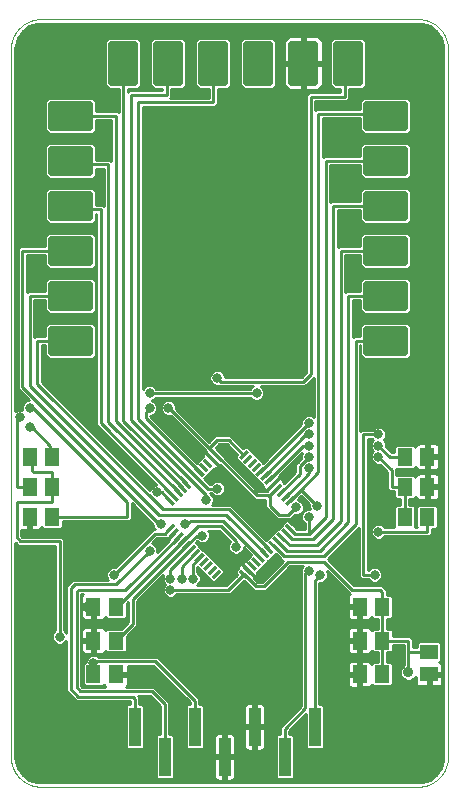
<source format=gbl>
G75*
%MOIN*%
%OFA0B0*%
%FSLAX25Y25*%
%IPPOS*%
%LPD*%
%AMOC8*
5,1,8,0,0,1.08239X$1,22.5*
%
%ADD10C,0.00000*%
%ADD11R,0.05118X0.05906*%
%ADD12R,0.05906X0.05118*%
%ADD13R,0.04000X0.13000*%
%ADD14R,0.03543X0.01181*%
%ADD15R,0.01181X0.03543*%
%ADD16C,0.02000*%
%ADD17C,0.01000*%
%ADD18C,0.03169*%
%ADD19C,0.03562*%
D10*
X0003211Y0011500D02*
X0003211Y0247406D01*
X0003214Y0247648D01*
X0003223Y0247889D01*
X0003237Y0248130D01*
X0003258Y0248371D01*
X0003284Y0248611D01*
X0003316Y0248851D01*
X0003354Y0249090D01*
X0003397Y0249327D01*
X0003447Y0249564D01*
X0003502Y0249799D01*
X0003562Y0250033D01*
X0003629Y0250265D01*
X0003700Y0250496D01*
X0003778Y0250725D01*
X0003861Y0250952D01*
X0003949Y0251177D01*
X0004043Y0251400D01*
X0004142Y0251620D01*
X0004247Y0251838D01*
X0004356Y0252053D01*
X0004471Y0252266D01*
X0004591Y0252476D01*
X0004716Y0252682D01*
X0004846Y0252886D01*
X0004981Y0253087D01*
X0005121Y0253284D01*
X0005265Y0253478D01*
X0005414Y0253668D01*
X0005568Y0253854D01*
X0005726Y0254037D01*
X0005888Y0254216D01*
X0006055Y0254391D01*
X0006226Y0254562D01*
X0006401Y0254729D01*
X0006580Y0254891D01*
X0006763Y0255049D01*
X0006949Y0255203D01*
X0007139Y0255352D01*
X0007333Y0255496D01*
X0007530Y0255636D01*
X0007731Y0255771D01*
X0007935Y0255901D01*
X0008141Y0256026D01*
X0008351Y0256146D01*
X0008564Y0256261D01*
X0008779Y0256370D01*
X0008997Y0256475D01*
X0009217Y0256574D01*
X0009440Y0256668D01*
X0009665Y0256756D01*
X0009892Y0256839D01*
X0010121Y0256917D01*
X0010352Y0256988D01*
X0010584Y0257055D01*
X0010818Y0257115D01*
X0011053Y0257170D01*
X0011290Y0257220D01*
X0011527Y0257263D01*
X0011766Y0257301D01*
X0012006Y0257333D01*
X0012246Y0257359D01*
X0012487Y0257380D01*
X0012728Y0257394D01*
X0012969Y0257403D01*
X0013211Y0257406D01*
X0138880Y0257406D01*
X0139122Y0257403D01*
X0139363Y0257394D01*
X0139604Y0257380D01*
X0139845Y0257359D01*
X0140085Y0257333D01*
X0140325Y0257301D01*
X0140564Y0257263D01*
X0140801Y0257220D01*
X0141038Y0257170D01*
X0141273Y0257115D01*
X0141507Y0257055D01*
X0141739Y0256988D01*
X0141970Y0256917D01*
X0142199Y0256839D01*
X0142426Y0256756D01*
X0142651Y0256668D01*
X0142874Y0256574D01*
X0143094Y0256475D01*
X0143312Y0256370D01*
X0143527Y0256261D01*
X0143740Y0256146D01*
X0143950Y0256026D01*
X0144156Y0255901D01*
X0144360Y0255771D01*
X0144561Y0255636D01*
X0144758Y0255496D01*
X0144952Y0255352D01*
X0145142Y0255203D01*
X0145328Y0255049D01*
X0145511Y0254891D01*
X0145690Y0254729D01*
X0145865Y0254562D01*
X0146036Y0254391D01*
X0146203Y0254216D01*
X0146365Y0254037D01*
X0146523Y0253854D01*
X0146677Y0253668D01*
X0146826Y0253478D01*
X0146970Y0253284D01*
X0147110Y0253087D01*
X0147245Y0252886D01*
X0147375Y0252682D01*
X0147500Y0252476D01*
X0147620Y0252266D01*
X0147735Y0252053D01*
X0147844Y0251838D01*
X0147949Y0251620D01*
X0148048Y0251400D01*
X0148142Y0251177D01*
X0148230Y0250952D01*
X0148313Y0250725D01*
X0148391Y0250496D01*
X0148462Y0250265D01*
X0148529Y0250033D01*
X0148589Y0249799D01*
X0148644Y0249564D01*
X0148694Y0249327D01*
X0148737Y0249090D01*
X0148775Y0248851D01*
X0148807Y0248611D01*
X0148833Y0248371D01*
X0148854Y0248130D01*
X0148868Y0247889D01*
X0148877Y0247648D01*
X0148880Y0247406D01*
X0148880Y0011500D01*
X0148877Y0011258D01*
X0148868Y0011017D01*
X0148854Y0010776D01*
X0148833Y0010535D01*
X0148807Y0010295D01*
X0148775Y0010055D01*
X0148737Y0009816D01*
X0148694Y0009579D01*
X0148644Y0009342D01*
X0148589Y0009107D01*
X0148529Y0008873D01*
X0148462Y0008641D01*
X0148391Y0008410D01*
X0148313Y0008181D01*
X0148230Y0007954D01*
X0148142Y0007729D01*
X0148048Y0007506D01*
X0147949Y0007286D01*
X0147844Y0007068D01*
X0147735Y0006853D01*
X0147620Y0006640D01*
X0147500Y0006430D01*
X0147375Y0006224D01*
X0147245Y0006020D01*
X0147110Y0005819D01*
X0146970Y0005622D01*
X0146826Y0005428D01*
X0146677Y0005238D01*
X0146523Y0005052D01*
X0146365Y0004869D01*
X0146203Y0004690D01*
X0146036Y0004515D01*
X0145865Y0004344D01*
X0145690Y0004177D01*
X0145511Y0004015D01*
X0145328Y0003857D01*
X0145142Y0003703D01*
X0144952Y0003554D01*
X0144758Y0003410D01*
X0144561Y0003270D01*
X0144360Y0003135D01*
X0144156Y0003005D01*
X0143950Y0002880D01*
X0143740Y0002760D01*
X0143527Y0002645D01*
X0143312Y0002536D01*
X0143094Y0002431D01*
X0142874Y0002332D01*
X0142651Y0002238D01*
X0142426Y0002150D01*
X0142199Y0002067D01*
X0141970Y0001989D01*
X0141739Y0001918D01*
X0141507Y0001851D01*
X0141273Y0001791D01*
X0141038Y0001736D01*
X0140801Y0001686D01*
X0140564Y0001643D01*
X0140325Y0001605D01*
X0140085Y0001573D01*
X0139845Y0001547D01*
X0139604Y0001526D01*
X0139363Y0001512D01*
X0139122Y0001503D01*
X0138880Y0001500D01*
X0013211Y0001500D01*
X0012969Y0001503D01*
X0012728Y0001512D01*
X0012487Y0001526D01*
X0012246Y0001547D01*
X0012006Y0001573D01*
X0011766Y0001605D01*
X0011527Y0001643D01*
X0011290Y0001686D01*
X0011053Y0001736D01*
X0010818Y0001791D01*
X0010584Y0001851D01*
X0010352Y0001918D01*
X0010121Y0001989D01*
X0009892Y0002067D01*
X0009665Y0002150D01*
X0009440Y0002238D01*
X0009217Y0002332D01*
X0008997Y0002431D01*
X0008779Y0002536D01*
X0008564Y0002645D01*
X0008351Y0002760D01*
X0008141Y0002880D01*
X0007935Y0003005D01*
X0007731Y0003135D01*
X0007530Y0003270D01*
X0007333Y0003410D01*
X0007139Y0003554D01*
X0006949Y0003703D01*
X0006763Y0003857D01*
X0006580Y0004015D01*
X0006401Y0004177D01*
X0006226Y0004344D01*
X0006055Y0004515D01*
X0005888Y0004690D01*
X0005726Y0004869D01*
X0005568Y0005052D01*
X0005414Y0005238D01*
X0005265Y0005428D01*
X0005121Y0005622D01*
X0004981Y0005819D01*
X0004846Y0006020D01*
X0004716Y0006224D01*
X0004591Y0006430D01*
X0004471Y0006640D01*
X0004356Y0006853D01*
X0004247Y0007068D01*
X0004142Y0007286D01*
X0004043Y0007506D01*
X0003949Y0007729D01*
X0003861Y0007954D01*
X0003778Y0008181D01*
X0003700Y0008410D01*
X0003629Y0008641D01*
X0003562Y0008873D01*
X0003502Y0009107D01*
X0003447Y0009342D01*
X0003397Y0009579D01*
X0003354Y0009816D01*
X0003316Y0010055D01*
X0003284Y0010295D01*
X0003258Y0010535D01*
X0003237Y0010776D01*
X0003223Y0011017D01*
X0003214Y0011258D01*
X0003211Y0011500D01*
D11*
X0030721Y0039000D03*
X0030721Y0050250D03*
X0030721Y0061500D03*
X0038201Y0061500D03*
X0038201Y0050250D03*
X0038201Y0039000D03*
X0016951Y0091500D03*
X0016951Y0101500D03*
X0009471Y0101500D03*
X0009471Y0091500D03*
X0009471Y0111500D03*
X0016951Y0111500D03*
X0119471Y0061500D03*
X0126951Y0061500D03*
X0126951Y0050250D03*
X0119471Y0050250D03*
X0119471Y0039000D03*
X0126951Y0039000D03*
X0134471Y0091500D03*
X0134471Y0101500D03*
X0134471Y0111500D03*
X0141951Y0111500D03*
X0141951Y0101500D03*
X0141951Y0091500D03*
D12*
X0142586Y0046490D03*
X0142586Y0039010D03*
D13*
X0104461Y0021500D03*
X0094461Y0011500D03*
X0084461Y0021500D03*
X0074461Y0011500D03*
X0064461Y0021500D03*
X0054461Y0011500D03*
X0044461Y0021500D03*
D14*
G36*
X0069967Y0071492D02*
X0072471Y0073996D01*
X0073305Y0073162D01*
X0070801Y0070658D01*
X0069967Y0071492D01*
G37*
G36*
X0068575Y0072884D02*
X0071079Y0075388D01*
X0071913Y0074554D01*
X0069409Y0072050D01*
X0068575Y0072884D01*
G37*
G36*
X0067183Y0074276D02*
X0069687Y0076780D01*
X0070521Y0075946D01*
X0068017Y0073442D01*
X0067183Y0074276D01*
G37*
G36*
X0065791Y0075668D02*
X0068295Y0078172D01*
X0069129Y0077338D01*
X0066625Y0074834D01*
X0065791Y0075668D01*
G37*
G36*
X0064399Y0077060D02*
X0066903Y0079564D01*
X0067737Y0078730D01*
X0065233Y0076226D01*
X0064399Y0077060D01*
G37*
G36*
X0063007Y0078452D02*
X0065511Y0080956D01*
X0066345Y0080122D01*
X0063841Y0077618D01*
X0063007Y0078452D01*
G37*
G36*
X0061615Y0079844D02*
X0064119Y0082348D01*
X0064953Y0081514D01*
X0062449Y0079010D01*
X0061615Y0079844D01*
G37*
G36*
X0060223Y0081236D02*
X0062727Y0083740D01*
X0063561Y0082906D01*
X0061057Y0080402D01*
X0060223Y0081236D01*
G37*
G36*
X0058831Y0082628D02*
X0061335Y0085132D01*
X0062169Y0084298D01*
X0059665Y0081794D01*
X0058831Y0082628D01*
G37*
G36*
X0057439Y0084020D02*
X0059943Y0086524D01*
X0060777Y0085690D01*
X0058273Y0083186D01*
X0057439Y0084020D01*
G37*
G36*
X0056047Y0085412D02*
X0058551Y0087916D01*
X0059385Y0087082D01*
X0056881Y0084578D01*
X0056047Y0085412D01*
G37*
G36*
X0054655Y0086804D02*
X0057159Y0089308D01*
X0057993Y0088474D01*
X0055489Y0085970D01*
X0054655Y0086804D01*
G37*
G36*
X0079153Y0111302D02*
X0081657Y0113806D01*
X0082491Y0112972D01*
X0079987Y0110468D01*
X0079153Y0111302D01*
G37*
G36*
X0080545Y0109910D02*
X0083049Y0112414D01*
X0083883Y0111580D01*
X0081379Y0109076D01*
X0080545Y0109910D01*
G37*
G36*
X0081937Y0108518D02*
X0084441Y0111022D01*
X0085275Y0110188D01*
X0082771Y0107684D01*
X0081937Y0108518D01*
G37*
G36*
X0083329Y0107126D02*
X0085833Y0109630D01*
X0086667Y0108796D01*
X0084163Y0106292D01*
X0083329Y0107126D01*
G37*
G36*
X0084721Y0105734D02*
X0087225Y0108238D01*
X0088059Y0107404D01*
X0085555Y0104900D01*
X0084721Y0105734D01*
G37*
G36*
X0086113Y0104342D02*
X0088617Y0106846D01*
X0089451Y0106012D01*
X0086947Y0103508D01*
X0086113Y0104342D01*
G37*
G36*
X0087505Y0102950D02*
X0090009Y0105454D01*
X0090843Y0104620D01*
X0088339Y0102116D01*
X0087505Y0102950D01*
G37*
G36*
X0088897Y0101558D02*
X0091401Y0104062D01*
X0092235Y0103228D01*
X0089731Y0100724D01*
X0088897Y0101558D01*
G37*
G36*
X0090289Y0100166D02*
X0092793Y0102670D01*
X0093627Y0101836D01*
X0091123Y0099332D01*
X0090289Y0100166D01*
G37*
G36*
X0091681Y0098775D02*
X0094185Y0101279D01*
X0095019Y0100445D01*
X0092515Y0097941D01*
X0091681Y0098775D01*
G37*
G36*
X0093073Y0097383D02*
X0095577Y0099887D01*
X0096411Y0099053D01*
X0093907Y0096549D01*
X0093073Y0097383D01*
G37*
G36*
X0094465Y0095991D02*
X0096969Y0098495D01*
X0097803Y0097661D01*
X0095299Y0095157D01*
X0094465Y0095991D01*
G37*
D15*
G36*
X0094465Y0088474D02*
X0095299Y0089308D01*
X0097803Y0086804D01*
X0096969Y0085970D01*
X0094465Y0088474D01*
G37*
G36*
X0093073Y0087082D02*
X0093907Y0087916D01*
X0096411Y0085412D01*
X0095577Y0084578D01*
X0093073Y0087082D01*
G37*
G36*
X0091681Y0085690D02*
X0092515Y0086524D01*
X0095019Y0084020D01*
X0094185Y0083186D01*
X0091681Y0085690D01*
G37*
G36*
X0090289Y0084298D02*
X0091123Y0085132D01*
X0093627Y0082628D01*
X0092793Y0081794D01*
X0090289Y0084298D01*
G37*
G36*
X0088897Y0082906D02*
X0089731Y0083740D01*
X0092235Y0081236D01*
X0091401Y0080402D01*
X0088897Y0082906D01*
G37*
G36*
X0087505Y0081514D02*
X0088339Y0082348D01*
X0090843Y0079844D01*
X0090009Y0079010D01*
X0087505Y0081514D01*
G37*
G36*
X0086113Y0080122D02*
X0086947Y0080956D01*
X0089451Y0078452D01*
X0088617Y0077618D01*
X0086113Y0080122D01*
G37*
G36*
X0084721Y0078730D02*
X0085555Y0079564D01*
X0088059Y0077060D01*
X0087225Y0076226D01*
X0084721Y0078730D01*
G37*
G36*
X0083329Y0077338D02*
X0084163Y0078172D01*
X0086667Y0075668D01*
X0085833Y0074834D01*
X0083329Y0077338D01*
G37*
G36*
X0081937Y0075946D02*
X0082771Y0076780D01*
X0085275Y0074276D01*
X0084441Y0073442D01*
X0081937Y0075946D01*
G37*
G36*
X0080545Y0074554D02*
X0081379Y0075388D01*
X0083883Y0072884D01*
X0083049Y0072050D01*
X0080545Y0074554D01*
G37*
G36*
X0079153Y0073162D02*
X0079987Y0073996D01*
X0082491Y0071492D01*
X0081657Y0070658D01*
X0079153Y0073162D01*
G37*
G36*
X0060223Y0103228D02*
X0061057Y0104062D01*
X0063561Y0101558D01*
X0062727Y0100724D01*
X0060223Y0103228D01*
G37*
G36*
X0058831Y0101836D02*
X0059665Y0102670D01*
X0062169Y0100166D01*
X0061335Y0099332D01*
X0058831Y0101836D01*
G37*
G36*
X0057439Y0100445D02*
X0058273Y0101279D01*
X0060777Y0098775D01*
X0059943Y0097941D01*
X0057439Y0100445D01*
G37*
G36*
X0056047Y0099053D02*
X0056881Y0099887D01*
X0059385Y0097383D01*
X0058551Y0096549D01*
X0056047Y0099053D01*
G37*
G36*
X0054655Y0097661D02*
X0055489Y0098495D01*
X0057993Y0095991D01*
X0057159Y0095157D01*
X0054655Y0097661D01*
G37*
G36*
X0061615Y0104620D02*
X0062449Y0105454D01*
X0064953Y0102950D01*
X0064119Y0102116D01*
X0061615Y0104620D01*
G37*
G36*
X0063007Y0106012D02*
X0063841Y0106846D01*
X0066345Y0104342D01*
X0065511Y0103508D01*
X0063007Y0106012D01*
G37*
G36*
X0064399Y0107404D02*
X0065233Y0108238D01*
X0067737Y0105734D01*
X0066903Y0104900D01*
X0064399Y0107404D01*
G37*
G36*
X0065791Y0108796D02*
X0066625Y0109630D01*
X0069129Y0107126D01*
X0068295Y0106292D01*
X0065791Y0108796D01*
G37*
G36*
X0067183Y0110188D02*
X0068017Y0111022D01*
X0070521Y0108518D01*
X0069687Y0107684D01*
X0067183Y0110188D01*
G37*
G36*
X0068575Y0111580D02*
X0069409Y0112414D01*
X0071913Y0109910D01*
X0071079Y0109076D01*
X0068575Y0111580D01*
G37*
G36*
X0069967Y0112972D02*
X0070801Y0113806D01*
X0073305Y0111302D01*
X0072471Y0110468D01*
X0069967Y0112972D01*
G37*
D16*
X0016711Y0146250D02*
X0016711Y0154250D01*
X0029711Y0154250D01*
X0029711Y0146250D01*
X0016711Y0146250D01*
X0016711Y0148249D02*
X0029711Y0148249D01*
X0029711Y0150248D02*
X0016711Y0150248D01*
X0016711Y0152247D02*
X0029711Y0152247D01*
X0029711Y0154246D02*
X0016711Y0154246D01*
X0016711Y0161250D02*
X0016711Y0169250D01*
X0029711Y0169250D01*
X0029711Y0161250D01*
X0016711Y0161250D01*
X0016711Y0163249D02*
X0029711Y0163249D01*
X0029711Y0165248D02*
X0016711Y0165248D01*
X0016711Y0167247D02*
X0029711Y0167247D01*
X0029711Y0169246D02*
X0016711Y0169246D01*
X0016711Y0176250D02*
X0016711Y0184250D01*
X0029711Y0184250D01*
X0029711Y0176250D01*
X0016711Y0176250D01*
X0016711Y0178249D02*
X0029711Y0178249D01*
X0029711Y0180248D02*
X0016711Y0180248D01*
X0016711Y0182247D02*
X0029711Y0182247D01*
X0029711Y0184246D02*
X0016711Y0184246D01*
X0016711Y0191250D02*
X0016711Y0199250D01*
X0029711Y0199250D01*
X0029711Y0191250D01*
X0016711Y0191250D01*
X0016711Y0193249D02*
X0029711Y0193249D01*
X0029711Y0195248D02*
X0016711Y0195248D01*
X0016711Y0197247D02*
X0029711Y0197247D01*
X0029711Y0199246D02*
X0016711Y0199246D01*
X0029711Y0206250D02*
X0029711Y0214250D01*
X0029711Y0206250D02*
X0016711Y0206250D01*
X0016711Y0214250D01*
X0029711Y0214250D01*
X0029711Y0208249D02*
X0016711Y0208249D01*
X0016711Y0210248D02*
X0029711Y0210248D01*
X0029711Y0212247D02*
X0016711Y0212247D01*
X0016711Y0214246D02*
X0029711Y0214246D01*
X0029711Y0221250D02*
X0029711Y0229250D01*
X0029711Y0221250D02*
X0016711Y0221250D01*
X0016711Y0229250D01*
X0029711Y0229250D01*
X0029711Y0223249D02*
X0016711Y0223249D01*
X0016711Y0225248D02*
X0029711Y0225248D01*
X0029711Y0227247D02*
X0016711Y0227247D01*
X0016711Y0229246D02*
X0029711Y0229246D01*
X0036711Y0249250D02*
X0044711Y0249250D01*
X0044711Y0236250D01*
X0036711Y0236250D01*
X0036711Y0249250D01*
X0036711Y0238249D02*
X0044711Y0238249D01*
X0044711Y0240248D02*
X0036711Y0240248D01*
X0036711Y0242247D02*
X0044711Y0242247D01*
X0044711Y0244246D02*
X0036711Y0244246D01*
X0036711Y0246245D02*
X0044711Y0246245D01*
X0044711Y0248244D02*
X0036711Y0248244D01*
X0051711Y0249250D02*
X0059711Y0249250D01*
X0059711Y0236250D01*
X0051711Y0236250D01*
X0051711Y0249250D01*
X0051711Y0238249D02*
X0059711Y0238249D01*
X0059711Y0240248D02*
X0051711Y0240248D01*
X0051711Y0242247D02*
X0059711Y0242247D01*
X0059711Y0244246D02*
X0051711Y0244246D01*
X0051711Y0246245D02*
X0059711Y0246245D01*
X0059711Y0248244D02*
X0051711Y0248244D01*
X0066711Y0249250D02*
X0074711Y0249250D01*
X0074711Y0236250D01*
X0066711Y0236250D01*
X0066711Y0249250D01*
X0066711Y0238249D02*
X0074711Y0238249D01*
X0074711Y0240248D02*
X0066711Y0240248D01*
X0066711Y0242247D02*
X0074711Y0242247D01*
X0074711Y0244246D02*
X0066711Y0244246D01*
X0066711Y0246245D02*
X0074711Y0246245D01*
X0074711Y0248244D02*
X0066711Y0248244D01*
X0081711Y0249250D02*
X0089711Y0249250D01*
X0089711Y0236250D01*
X0081711Y0236250D01*
X0081711Y0249250D01*
X0081711Y0238249D02*
X0089711Y0238249D01*
X0089711Y0240248D02*
X0081711Y0240248D01*
X0081711Y0242247D02*
X0089711Y0242247D01*
X0089711Y0244246D02*
X0081711Y0244246D01*
X0081711Y0246245D02*
X0089711Y0246245D01*
X0089711Y0248244D02*
X0081711Y0248244D01*
X0096711Y0249250D02*
X0104711Y0249250D01*
X0104711Y0236250D01*
X0096711Y0236250D01*
X0096711Y0249250D01*
X0096711Y0238249D02*
X0104711Y0238249D01*
X0104711Y0240248D02*
X0096711Y0240248D01*
X0096711Y0242247D02*
X0104711Y0242247D01*
X0104711Y0244246D02*
X0096711Y0244246D01*
X0096711Y0246245D02*
X0104711Y0246245D01*
X0104711Y0248244D02*
X0096711Y0248244D01*
X0111711Y0249250D02*
X0119711Y0249250D01*
X0119711Y0236250D01*
X0111711Y0236250D01*
X0111711Y0249250D01*
X0111711Y0238249D02*
X0119711Y0238249D01*
X0119711Y0240248D02*
X0111711Y0240248D01*
X0111711Y0242247D02*
X0119711Y0242247D01*
X0119711Y0244246D02*
X0111711Y0244246D01*
X0111711Y0246245D02*
X0119711Y0246245D01*
X0119711Y0248244D02*
X0111711Y0248244D01*
X0121711Y0229250D02*
X0121711Y0221250D01*
X0121711Y0229250D02*
X0134711Y0229250D01*
X0134711Y0221250D01*
X0121711Y0221250D01*
X0121711Y0223249D02*
X0134711Y0223249D01*
X0134711Y0225248D02*
X0121711Y0225248D01*
X0121711Y0227247D02*
X0134711Y0227247D01*
X0134711Y0229246D02*
X0121711Y0229246D01*
X0121711Y0214250D02*
X0121711Y0206250D01*
X0121711Y0214250D02*
X0134711Y0214250D01*
X0134711Y0206250D01*
X0121711Y0206250D01*
X0121711Y0208249D02*
X0134711Y0208249D01*
X0134711Y0210248D02*
X0121711Y0210248D01*
X0121711Y0212247D02*
X0134711Y0212247D01*
X0134711Y0214246D02*
X0121711Y0214246D01*
X0121711Y0199250D02*
X0121711Y0191250D01*
X0121711Y0199250D02*
X0134711Y0199250D01*
X0134711Y0191250D01*
X0121711Y0191250D01*
X0121711Y0193249D02*
X0134711Y0193249D01*
X0134711Y0195248D02*
X0121711Y0195248D01*
X0121711Y0197247D02*
X0134711Y0197247D01*
X0134711Y0199246D02*
X0121711Y0199246D01*
X0121711Y0184250D02*
X0121711Y0176250D01*
X0121711Y0184250D02*
X0134711Y0184250D01*
X0134711Y0176250D01*
X0121711Y0176250D01*
X0121711Y0178249D02*
X0134711Y0178249D01*
X0134711Y0180248D02*
X0121711Y0180248D01*
X0121711Y0182247D02*
X0134711Y0182247D01*
X0134711Y0184246D02*
X0121711Y0184246D01*
X0121711Y0169250D02*
X0121711Y0161250D01*
X0121711Y0169250D02*
X0134711Y0169250D01*
X0134711Y0161250D01*
X0121711Y0161250D01*
X0121711Y0163249D02*
X0134711Y0163249D01*
X0134711Y0165248D02*
X0121711Y0165248D01*
X0121711Y0167247D02*
X0134711Y0167247D01*
X0134711Y0169246D02*
X0121711Y0169246D01*
X0121711Y0154250D02*
X0121711Y0146250D01*
X0121711Y0154250D02*
X0134711Y0154250D01*
X0134711Y0146250D01*
X0121711Y0146250D01*
X0121711Y0148249D02*
X0134711Y0148249D01*
X0134711Y0150248D02*
X0121711Y0150248D01*
X0121711Y0152247D02*
X0134711Y0152247D01*
X0134711Y0154246D02*
X0121711Y0154246D01*
D17*
X0005638Y0007641D02*
X0007201Y0005490D01*
X0009352Y0003926D01*
X0011881Y0003105D01*
X0013211Y0003000D01*
X0138880Y0003000D01*
X0140210Y0003105D01*
X0142739Y0003926D01*
X0144891Y0005490D01*
X0146454Y0007641D01*
X0147276Y0010170D01*
X0147380Y0011500D01*
X0147380Y0247405D01*
X0147276Y0248735D01*
X0146454Y0251264D01*
X0144891Y0253416D01*
X0142739Y0254979D01*
X0140210Y0255801D01*
X0138880Y0255906D01*
X0013211Y0255906D01*
X0011881Y0255801D01*
X0009352Y0254979D01*
X0007201Y0253416D01*
X0005638Y0251264D01*
X0004816Y0248735D01*
X0004711Y0247406D01*
X0004711Y0126655D01*
X0004872Y0126816D01*
X0005822Y0127209D01*
X0006850Y0127209D01*
X0006896Y0127190D01*
X0006877Y0127236D01*
X0006877Y0128264D01*
X0007270Y0129214D01*
X0007997Y0129941D01*
X0008947Y0130334D01*
X0009131Y0130334D01*
X0005461Y0134004D01*
X0005461Y0180871D01*
X0006340Y0181750D01*
X0014711Y0181750D01*
X0014711Y0185078D01*
X0015883Y0186250D01*
X0030540Y0186250D01*
X0031711Y0185078D01*
X0031711Y0175422D01*
X0030540Y0174250D01*
X0015883Y0174250D01*
X0014711Y0175422D01*
X0014711Y0178750D01*
X0008461Y0178750D01*
X0008461Y0166371D01*
X0008840Y0166750D01*
X0014711Y0166750D01*
X0014711Y0170078D01*
X0015883Y0171250D01*
X0030540Y0171250D01*
X0031711Y0170078D01*
X0031711Y0160422D01*
X0030540Y0159250D01*
X0015883Y0159250D01*
X0014711Y0160422D01*
X0014711Y0163750D01*
X0010961Y0163750D01*
X0010961Y0151371D01*
X0011340Y0151750D01*
X0014711Y0151750D01*
X0014711Y0155078D01*
X0015883Y0156250D01*
X0030540Y0156250D01*
X0031711Y0155078D01*
X0031711Y0145422D01*
X0030540Y0144250D01*
X0015883Y0144250D01*
X0014711Y0145422D01*
X0014711Y0148750D01*
X0013461Y0148750D01*
X0013461Y0136496D01*
X0049506Y0100451D01*
X0049770Y0101089D01*
X0050497Y0101816D01*
X0051447Y0102209D01*
X0051603Y0102209D01*
X0031711Y0122101D01*
X0031711Y0192500D01*
X0031711Y0192500D01*
X0031711Y0190422D01*
X0030540Y0189250D01*
X0015883Y0189250D01*
X0014711Y0190422D01*
X0014711Y0200078D01*
X0015883Y0201250D01*
X0030540Y0201250D01*
X0031711Y0200078D01*
X0031711Y0195500D01*
X0033832Y0195500D01*
X0034211Y0195121D01*
X0034211Y0207500D01*
X0031711Y0207500D01*
X0031711Y0205422D01*
X0030540Y0204250D01*
X0015883Y0204250D01*
X0014711Y0205422D01*
X0014711Y0215078D01*
X0015883Y0216250D01*
X0030540Y0216250D01*
X0031711Y0215078D01*
X0031711Y0210500D01*
X0036332Y0210500D01*
X0036711Y0210121D01*
X0036711Y0223750D01*
X0031711Y0223750D01*
X0031711Y0220422D01*
X0030540Y0219250D01*
X0015883Y0219250D01*
X0014711Y0220422D01*
X0014711Y0230078D01*
X0015883Y0231250D01*
X0030540Y0231250D01*
X0031711Y0230078D01*
X0031711Y0226750D01*
X0038832Y0226750D01*
X0039211Y0226371D01*
X0039211Y0234250D01*
X0035883Y0234250D01*
X0034711Y0235422D01*
X0034711Y0250078D01*
X0035883Y0251250D01*
X0045540Y0251250D01*
X0046711Y0250078D01*
X0046711Y0235422D01*
X0045540Y0234250D01*
X0042211Y0234250D01*
X0042211Y0233246D01*
X0042590Y0233625D01*
X0053586Y0233625D01*
X0053586Y0234250D01*
X0050883Y0234250D01*
X0049711Y0235422D01*
X0049711Y0250078D01*
X0050883Y0251250D01*
X0060540Y0251250D01*
X0061711Y0250078D01*
X0061711Y0235422D01*
X0060540Y0234250D01*
X0056586Y0234250D01*
X0056586Y0231504D01*
X0056207Y0231125D01*
X0069211Y0231125D01*
X0069211Y0234250D01*
X0065883Y0234250D01*
X0064711Y0235422D01*
X0064711Y0250078D01*
X0065883Y0251250D01*
X0075540Y0251250D01*
X0076711Y0250078D01*
X0076711Y0235422D01*
X0075540Y0234250D01*
X0072211Y0234250D01*
X0072211Y0229004D01*
X0071332Y0228125D01*
X0047211Y0228125D01*
X0047211Y0134071D01*
X0047270Y0134214D01*
X0047997Y0134941D01*
X0048947Y0135334D01*
X0049975Y0135334D01*
X0050925Y0134941D01*
X0051616Y0134250D01*
X0082931Y0134250D01*
X0083622Y0134941D01*
X0083765Y0135000D01*
X0072590Y0135000D01*
X0072424Y0135166D01*
X0071447Y0135166D01*
X0070497Y0135559D01*
X0069770Y0136286D01*
X0069377Y0137236D01*
X0069377Y0138264D01*
X0069770Y0139214D01*
X0070497Y0139941D01*
X0071447Y0140334D01*
X0072475Y0140334D01*
X0073425Y0139941D01*
X0074152Y0139214D01*
X0074545Y0138264D01*
X0074545Y0138000D01*
X0100090Y0138000D01*
X0101711Y0139621D01*
X0101711Y0232121D01*
X0102590Y0233000D01*
X0112961Y0233000D01*
X0112961Y0234250D01*
X0110883Y0234250D01*
X0109711Y0235422D01*
X0109711Y0250078D01*
X0110883Y0251250D01*
X0120540Y0251250D01*
X0121711Y0250078D01*
X0121711Y0235422D01*
X0120540Y0234250D01*
X0115961Y0234250D01*
X0115961Y0230879D01*
X0115082Y0230000D01*
X0104711Y0230000D01*
X0104711Y0226996D01*
X0105090Y0227375D01*
X0119711Y0227375D01*
X0119711Y0230078D01*
X0120883Y0231250D01*
X0135540Y0231250D01*
X0136711Y0230078D01*
X0136711Y0220422D01*
X0135540Y0219250D01*
X0120883Y0219250D01*
X0119711Y0220422D01*
X0119711Y0224375D01*
X0107211Y0224375D01*
X0107211Y0211371D01*
X0107590Y0211750D01*
X0119711Y0211750D01*
X0119711Y0215078D01*
X0120883Y0216250D01*
X0135540Y0216250D01*
X0136711Y0215078D01*
X0136711Y0205422D01*
X0135540Y0204250D01*
X0120883Y0204250D01*
X0119711Y0205422D01*
X0119711Y0208750D01*
X0109711Y0208750D01*
X0109711Y0196371D01*
X0110090Y0196750D01*
X0119711Y0196750D01*
X0119711Y0200078D01*
X0120883Y0201250D01*
X0135540Y0201250D01*
X0136711Y0200078D01*
X0136711Y0190422D01*
X0135540Y0189250D01*
X0120883Y0189250D01*
X0119711Y0190422D01*
X0119711Y0193750D01*
X0112211Y0193750D01*
X0112211Y0181371D01*
X0112590Y0181750D01*
X0119711Y0181750D01*
X0119711Y0185078D01*
X0120883Y0186250D01*
X0135540Y0186250D01*
X0136711Y0185078D01*
X0136711Y0175422D01*
X0135540Y0174250D01*
X0120883Y0174250D01*
X0119711Y0175422D01*
X0119711Y0178750D01*
X0114711Y0178750D01*
X0114711Y0166371D01*
X0115090Y0166750D01*
X0119711Y0166750D01*
X0119711Y0170078D01*
X0120883Y0171250D01*
X0135540Y0171250D01*
X0136711Y0170078D01*
X0136711Y0160422D01*
X0135540Y0159250D01*
X0120883Y0159250D01*
X0119711Y0160422D01*
X0119711Y0163750D01*
X0117211Y0163750D01*
X0117211Y0151371D01*
X0117590Y0151750D01*
X0119711Y0151750D01*
X0119711Y0155078D01*
X0120883Y0156250D01*
X0135540Y0156250D01*
X0136711Y0155078D01*
X0136711Y0145422D01*
X0135540Y0144250D01*
X0120883Y0144250D01*
X0119711Y0145422D01*
X0119711Y0148750D01*
X0119711Y0148750D01*
X0119711Y0120121D01*
X0120090Y0120500D01*
X0123556Y0120500D01*
X0124247Y0121191D01*
X0125197Y0121584D01*
X0126225Y0121584D01*
X0127175Y0121191D01*
X0127902Y0120464D01*
X0128295Y0119514D01*
X0128295Y0118486D01*
X0127902Y0117536D01*
X0127491Y0117125D01*
X0127902Y0116714D01*
X0128295Y0115764D01*
X0128295Y0114787D01*
X0130082Y0113000D01*
X0130912Y0113000D01*
X0130912Y0114867D01*
X0131498Y0115453D01*
X0137444Y0115453D01*
X0137967Y0114930D01*
X0137994Y0115032D01*
X0138192Y0115374D01*
X0138471Y0115653D01*
X0138813Y0115851D01*
X0139195Y0115953D01*
X0141451Y0115953D01*
X0141451Y0112000D01*
X0142451Y0112000D01*
X0142451Y0115953D01*
X0144708Y0115953D01*
X0145089Y0115851D01*
X0145431Y0115653D01*
X0145711Y0115374D01*
X0145908Y0115032D01*
X0146010Y0114650D01*
X0146010Y0112000D01*
X0142451Y0112000D01*
X0142451Y0111000D01*
X0142451Y0107047D01*
X0144708Y0107047D01*
X0145089Y0107149D01*
X0145431Y0107347D01*
X0145711Y0107626D01*
X0145908Y0107968D01*
X0146010Y0108350D01*
X0146010Y0111000D01*
X0142451Y0111000D01*
X0141451Y0111000D01*
X0141451Y0107047D01*
X0139195Y0107047D01*
X0138813Y0107149D01*
X0138471Y0107347D01*
X0138192Y0107626D01*
X0137994Y0107968D01*
X0137967Y0108070D01*
X0137444Y0107547D01*
X0131586Y0107547D01*
X0131586Y0105453D01*
X0137444Y0105453D01*
X0137967Y0104930D01*
X0137994Y0105032D01*
X0138192Y0105374D01*
X0138471Y0105653D01*
X0138813Y0105851D01*
X0139195Y0105953D01*
X0141451Y0105953D01*
X0141451Y0102000D01*
X0142451Y0102000D01*
X0142451Y0105953D01*
X0144708Y0105953D01*
X0145089Y0105851D01*
X0145431Y0105653D01*
X0145711Y0105374D01*
X0145908Y0105032D01*
X0146010Y0104650D01*
X0146010Y0102000D01*
X0142451Y0102000D01*
X0142451Y0101000D01*
X0142451Y0097047D01*
X0144708Y0097047D01*
X0145089Y0097149D01*
X0145431Y0097347D01*
X0145711Y0097626D01*
X0145908Y0097968D01*
X0146010Y0098350D01*
X0146010Y0101000D01*
X0142451Y0101000D01*
X0141451Y0101000D01*
X0141451Y0097047D01*
X0139195Y0097047D01*
X0138813Y0097149D01*
X0138471Y0097347D01*
X0138192Y0097626D01*
X0137994Y0097968D01*
X0137967Y0098070D01*
X0137444Y0097547D01*
X0135971Y0097547D01*
X0135971Y0095453D01*
X0137444Y0095453D01*
X0138030Y0094867D01*
X0138030Y0088133D01*
X0137897Y0088000D01*
X0138525Y0088000D01*
X0138392Y0088133D01*
X0138392Y0094867D01*
X0138978Y0095453D01*
X0144925Y0095453D01*
X0145510Y0094867D01*
X0145510Y0088133D01*
X0144925Y0087547D01*
X0143461Y0087547D01*
X0143461Y0085879D01*
X0142582Y0085000D01*
X0127866Y0085000D01*
X0127175Y0084309D01*
X0126225Y0083916D01*
X0125197Y0083916D01*
X0124247Y0084309D01*
X0123520Y0085036D01*
X0123127Y0085986D01*
X0123127Y0087014D01*
X0123520Y0087964D01*
X0124247Y0088691D01*
X0125197Y0089084D01*
X0126225Y0089084D01*
X0127175Y0088691D01*
X0127866Y0088000D01*
X0131045Y0088000D01*
X0130912Y0088133D01*
X0130912Y0094867D01*
X0131498Y0095453D01*
X0132971Y0095453D01*
X0132971Y0097547D01*
X0131498Y0097547D01*
X0130912Y0098133D01*
X0130912Y0100000D01*
X0129465Y0100000D01*
X0128586Y0100879D01*
X0128586Y0106504D01*
X0126174Y0108916D01*
X0125197Y0108916D01*
X0124247Y0109309D01*
X0123520Y0110036D01*
X0123127Y0110986D01*
X0123127Y0112014D01*
X0123520Y0112964D01*
X0123931Y0113375D01*
X0123520Y0113786D01*
X0123127Y0114736D01*
X0123127Y0115764D01*
X0123520Y0116714D01*
X0123931Y0117125D01*
X0123556Y0117500D01*
X0122211Y0117500D01*
X0122211Y0073625D01*
X0122306Y0073625D01*
X0122997Y0074316D01*
X0123947Y0074709D01*
X0124975Y0074709D01*
X0125925Y0074316D01*
X0126652Y0073589D01*
X0127045Y0072639D01*
X0127045Y0071611D01*
X0126652Y0070661D01*
X0125925Y0069934D01*
X0124975Y0069541D01*
X0123947Y0069541D01*
X0122997Y0069934D01*
X0122306Y0070625D01*
X0120090Y0070625D01*
X0119211Y0071504D01*
X0119211Y0087879D01*
X0108770Y0077437D01*
X0117582Y0068625D01*
X0126957Y0068625D01*
X0127836Y0067746D01*
X0127836Y0067746D01*
X0128461Y0067121D01*
X0128461Y0065453D01*
X0129925Y0065453D01*
X0130510Y0064867D01*
X0130510Y0058133D01*
X0129925Y0057547D01*
X0128451Y0057547D01*
X0128451Y0054203D01*
X0129925Y0054203D01*
X0130510Y0053617D01*
X0130510Y0051750D01*
X0136332Y0051750D01*
X0137211Y0050871D01*
X0137211Y0048000D01*
X0138633Y0048000D01*
X0138633Y0049463D01*
X0139219Y0050049D01*
X0145953Y0050049D01*
X0146539Y0049463D01*
X0146539Y0043517D01*
X0146016Y0042994D01*
X0146118Y0042967D01*
X0146460Y0042769D01*
X0146739Y0042490D01*
X0146937Y0042148D01*
X0147039Y0041766D01*
X0147039Y0039510D01*
X0143086Y0039510D01*
X0143086Y0038510D01*
X0147039Y0038510D01*
X0147039Y0036253D01*
X0146937Y0035872D01*
X0146739Y0035530D01*
X0146460Y0035250D01*
X0146118Y0035053D01*
X0145736Y0034951D01*
X0143086Y0034951D01*
X0143086Y0038510D01*
X0142086Y0038510D01*
X0142086Y0034951D01*
X0139436Y0034951D01*
X0139054Y0035053D01*
X0138712Y0035250D01*
X0138433Y0035530D01*
X0138236Y0035872D01*
X0138133Y0036253D01*
X0138133Y0038205D01*
X0138069Y0038050D01*
X0137286Y0037267D01*
X0136264Y0036844D01*
X0135158Y0036844D01*
X0134136Y0037267D01*
X0133353Y0038050D01*
X0132930Y0039072D01*
X0132930Y0040178D01*
X0133353Y0041200D01*
X0134136Y0041983D01*
X0134211Y0042014D01*
X0134211Y0048750D01*
X0130510Y0048750D01*
X0130510Y0046883D01*
X0129925Y0046297D01*
X0128451Y0046297D01*
X0128451Y0042953D01*
X0129925Y0042953D01*
X0130510Y0042367D01*
X0130510Y0035633D01*
X0129925Y0035047D01*
X0123978Y0035047D01*
X0123455Y0035570D01*
X0123428Y0035468D01*
X0123230Y0035126D01*
X0122951Y0034847D01*
X0122609Y0034649D01*
X0122228Y0034547D01*
X0119971Y0034547D01*
X0119971Y0038500D01*
X0118971Y0038500D01*
X0118971Y0034547D01*
X0116714Y0034547D01*
X0116333Y0034649D01*
X0115991Y0034847D01*
X0115712Y0035126D01*
X0115514Y0035468D01*
X0115412Y0035850D01*
X0115412Y0038500D01*
X0118971Y0038500D01*
X0118971Y0039500D01*
X0118971Y0043453D01*
X0116714Y0043453D01*
X0116333Y0043351D01*
X0115991Y0043153D01*
X0115712Y0042874D01*
X0115514Y0042532D01*
X0115412Y0042150D01*
X0115412Y0039500D01*
X0118971Y0039500D01*
X0119971Y0039500D01*
X0119971Y0043453D01*
X0122228Y0043453D01*
X0122609Y0043351D01*
X0122951Y0043153D01*
X0123230Y0042874D01*
X0123428Y0042532D01*
X0123455Y0042430D01*
X0123978Y0042953D01*
X0125451Y0042953D01*
X0125451Y0046297D01*
X0123978Y0046297D01*
X0123455Y0046820D01*
X0123428Y0046718D01*
X0123230Y0046376D01*
X0122951Y0046097D01*
X0122609Y0045899D01*
X0122228Y0045797D01*
X0119971Y0045797D01*
X0119971Y0049750D01*
X0118971Y0049750D01*
X0118971Y0045797D01*
X0116714Y0045797D01*
X0116333Y0045899D01*
X0115991Y0046097D01*
X0115712Y0046376D01*
X0115514Y0046718D01*
X0115412Y0047100D01*
X0115412Y0049750D01*
X0118971Y0049750D01*
X0118971Y0050750D01*
X0118971Y0054703D01*
X0116714Y0054703D01*
X0116333Y0054601D01*
X0115991Y0054403D01*
X0115712Y0054124D01*
X0115514Y0053782D01*
X0115412Y0053400D01*
X0115412Y0050750D01*
X0118971Y0050750D01*
X0119971Y0050750D01*
X0119971Y0054703D01*
X0122228Y0054703D01*
X0122609Y0054601D01*
X0122951Y0054403D01*
X0123230Y0054124D01*
X0123428Y0053782D01*
X0123455Y0053680D01*
X0123978Y0054203D01*
X0125451Y0054203D01*
X0125451Y0057547D01*
X0123978Y0057547D01*
X0123455Y0058070D01*
X0123428Y0057968D01*
X0123230Y0057626D01*
X0122951Y0057347D01*
X0122609Y0057149D01*
X0122228Y0057047D01*
X0119971Y0057047D01*
X0119971Y0061000D01*
X0118971Y0061000D01*
X0118971Y0057047D01*
X0116714Y0057047D01*
X0116333Y0057149D01*
X0115991Y0057347D01*
X0115712Y0057626D01*
X0115514Y0057968D01*
X0115412Y0058350D01*
X0115412Y0061000D01*
X0118971Y0061000D01*
X0118971Y0062000D01*
X0115412Y0062000D01*
X0115412Y0064650D01*
X0115514Y0065032D01*
X0115712Y0065374D01*
X0115991Y0065653D01*
X0116194Y0065770D01*
X0115461Y0066504D01*
X0115461Y0066504D01*
X0108634Y0073331D01*
X0108920Y0072639D01*
X0108920Y0071611D01*
X0108527Y0070661D01*
X0107800Y0069934D01*
X0106850Y0069541D01*
X0105961Y0069541D01*
X0105961Y0029000D01*
X0106875Y0029000D01*
X0107461Y0028414D01*
X0107461Y0014586D01*
X0106875Y0014000D01*
X0102047Y0014000D01*
X0101461Y0014586D01*
X0101461Y0025754D01*
X0095961Y0020254D01*
X0095961Y0019000D01*
X0096875Y0019000D01*
X0097461Y0018414D01*
X0097461Y0004586D01*
X0096875Y0004000D01*
X0092047Y0004000D01*
X0091461Y0004586D01*
X0091461Y0018414D01*
X0092047Y0019000D01*
X0092961Y0019000D01*
X0092961Y0021496D01*
X0093840Y0022375D01*
X0093840Y0022375D01*
X0099836Y0028371D01*
X0099836Y0073371D01*
X0100002Y0073537D01*
X0100002Y0073889D01*
X0100395Y0074839D01*
X0100556Y0075000D01*
X0096332Y0075000D01*
X0088207Y0066875D01*
X0084153Y0066875D01*
X0083275Y0067754D01*
X0081371Y0069657D01*
X0081243Y0069657D01*
X0080758Y0070142D01*
X0077120Y0066504D01*
X0076241Y0065625D01*
X0058491Y0065625D01*
X0057800Y0064934D01*
X0056850Y0064541D01*
X0055822Y0064541D01*
X0054872Y0064934D01*
X0054145Y0065661D01*
X0053752Y0066611D01*
X0053752Y0067639D01*
X0054145Y0068589D01*
X0054556Y0069000D01*
X0054145Y0069411D01*
X0053752Y0070361D01*
X0053752Y0071389D01*
X0054049Y0072107D01*
X0045336Y0063394D01*
X0045336Y0055254D01*
X0041760Y0051678D01*
X0041760Y0046883D01*
X0041175Y0046297D01*
X0035228Y0046297D01*
X0034705Y0046820D01*
X0034678Y0046718D01*
X0034480Y0046376D01*
X0034201Y0046097D01*
X0033859Y0045899D01*
X0033478Y0045797D01*
X0031221Y0045797D01*
X0031221Y0049750D01*
X0030221Y0049750D01*
X0030221Y0045797D01*
X0027964Y0045797D01*
X0027583Y0045899D01*
X0027241Y0046097D01*
X0026962Y0046376D01*
X0026764Y0046718D01*
X0026662Y0047100D01*
X0026662Y0049750D01*
X0030221Y0049750D01*
X0030221Y0050750D01*
X0030221Y0054703D01*
X0027964Y0054703D01*
X0027583Y0054601D01*
X0027241Y0054403D01*
X0026962Y0054124D01*
X0026764Y0053782D01*
X0026662Y0053400D01*
X0026662Y0050750D01*
X0030221Y0050750D01*
X0031221Y0050750D01*
X0031221Y0054703D01*
X0033478Y0054703D01*
X0033859Y0054601D01*
X0034201Y0054403D01*
X0034480Y0054124D01*
X0034678Y0053782D01*
X0034705Y0053680D01*
X0035228Y0054203D01*
X0040043Y0054203D01*
X0042336Y0056496D01*
X0042336Y0063178D01*
X0041760Y0062602D01*
X0041760Y0058133D01*
X0041175Y0057547D01*
X0035228Y0057547D01*
X0034705Y0058070D01*
X0034678Y0057968D01*
X0034480Y0057626D01*
X0034201Y0057347D01*
X0033859Y0057149D01*
X0033478Y0057047D01*
X0031221Y0057047D01*
X0031221Y0061000D01*
X0030221Y0061000D01*
X0030221Y0057047D01*
X0027964Y0057047D01*
X0027583Y0057149D01*
X0027241Y0057347D01*
X0026962Y0057626D01*
X0026764Y0057968D01*
X0026662Y0058350D01*
X0026662Y0061000D01*
X0030221Y0061000D01*
X0030221Y0062000D01*
X0026662Y0062000D01*
X0026662Y0064650D01*
X0026764Y0065032D01*
X0026962Y0065374D01*
X0027213Y0065625D01*
X0026586Y0065625D01*
X0026586Y0035246D01*
X0026957Y0034875D01*
X0034693Y0034875D01*
X0034442Y0035126D01*
X0034244Y0035468D01*
X0034217Y0035570D01*
X0033694Y0035047D01*
X0027748Y0035047D01*
X0027162Y0035633D01*
X0027162Y0042367D01*
X0027748Y0042953D01*
X0028127Y0042953D01*
X0028127Y0043264D01*
X0028520Y0044214D01*
X0029247Y0044941D01*
X0030197Y0045334D01*
X0031225Y0045334D01*
X0032175Y0044941D01*
X0032241Y0044875D01*
X0051957Y0044875D01*
X0052836Y0043996D01*
X0065082Y0031750D01*
X0065082Y0031750D01*
X0065961Y0030871D01*
X0065961Y0029000D01*
X0066875Y0029000D01*
X0067461Y0028414D01*
X0067461Y0014586D01*
X0066875Y0014000D01*
X0062047Y0014000D01*
X0061461Y0014586D01*
X0061461Y0028414D01*
X0062047Y0029000D01*
X0062961Y0029000D01*
X0062961Y0029629D01*
X0050715Y0041875D01*
X0042260Y0041875D01*
X0042260Y0039500D01*
X0038701Y0039500D01*
X0038701Y0038500D01*
X0042260Y0038500D01*
X0042260Y0035850D01*
X0042158Y0035468D01*
X0041961Y0035126D01*
X0041709Y0034875D01*
X0050707Y0034875D01*
X0051586Y0033996D01*
X0055961Y0029621D01*
X0055961Y0019000D01*
X0056875Y0019000D01*
X0057461Y0018414D01*
X0057461Y0004586D01*
X0056875Y0004000D01*
X0052047Y0004000D01*
X0051461Y0004586D01*
X0051461Y0018414D01*
X0052047Y0019000D01*
X0052961Y0019000D01*
X0052961Y0028379D01*
X0049465Y0031875D01*
X0045582Y0031875D01*
X0045961Y0031496D01*
X0045961Y0029000D01*
X0046875Y0029000D01*
X0047461Y0028414D01*
X0047461Y0014586D01*
X0046875Y0014000D01*
X0042047Y0014000D01*
X0041461Y0014586D01*
X0041461Y0028414D01*
X0042047Y0029000D01*
X0042961Y0029000D01*
X0042961Y0030000D01*
X0025090Y0030000D01*
X0022590Y0032500D01*
X0021711Y0033379D01*
X0021711Y0050179D01*
X0021652Y0050036D01*
X0020925Y0049309D01*
X0019975Y0048916D01*
X0018947Y0048916D01*
X0017997Y0049309D01*
X0017270Y0050036D01*
X0016877Y0050986D01*
X0016877Y0052014D01*
X0017270Y0052964D01*
X0017961Y0053655D01*
X0017961Y0081875D01*
X0005715Y0081875D01*
X0004836Y0082754D01*
X0004711Y0082879D01*
X0004711Y0011500D01*
X0004816Y0010170D01*
X0005638Y0007641D01*
X0005747Y0007491D02*
X0051461Y0007491D01*
X0051461Y0006493D02*
X0006472Y0006493D01*
X0007197Y0005494D02*
X0051461Y0005494D01*
X0051551Y0004496D02*
X0008569Y0004496D01*
X0010674Y0003497D02*
X0141418Y0003497D01*
X0143523Y0004496D02*
X0097371Y0004496D01*
X0097461Y0005494D02*
X0144894Y0005494D01*
X0145620Y0006493D02*
X0097461Y0006493D01*
X0097461Y0007491D02*
X0146345Y0007491D01*
X0146730Y0008490D02*
X0097461Y0008490D01*
X0097461Y0009488D02*
X0147054Y0009488D01*
X0147301Y0010487D02*
X0097461Y0010487D01*
X0097461Y0011485D02*
X0147379Y0011485D01*
X0147380Y0012484D02*
X0097461Y0012484D01*
X0097461Y0013482D02*
X0147380Y0013482D01*
X0147380Y0014481D02*
X0107356Y0014481D01*
X0107461Y0015479D02*
X0147380Y0015479D01*
X0147380Y0016478D02*
X0107461Y0016478D01*
X0107461Y0017476D02*
X0147380Y0017476D01*
X0147380Y0018475D02*
X0107461Y0018475D01*
X0107461Y0019473D02*
X0147380Y0019473D01*
X0147380Y0020472D02*
X0107461Y0020472D01*
X0107461Y0021470D02*
X0147380Y0021470D01*
X0147380Y0022469D02*
X0107461Y0022469D01*
X0107461Y0023467D02*
X0147380Y0023467D01*
X0147380Y0024466D02*
X0107461Y0024466D01*
X0107461Y0025464D02*
X0147380Y0025464D01*
X0147380Y0026463D02*
X0107461Y0026463D01*
X0107461Y0027461D02*
X0147380Y0027461D01*
X0147380Y0028460D02*
X0107416Y0028460D01*
X0105961Y0029458D02*
X0147380Y0029458D01*
X0147380Y0030457D02*
X0105961Y0030457D01*
X0105961Y0031455D02*
X0147380Y0031455D01*
X0147380Y0032454D02*
X0105961Y0032454D01*
X0105961Y0033452D02*
X0147380Y0033452D01*
X0147380Y0034451D02*
X0105961Y0034451D01*
X0105961Y0035449D02*
X0115525Y0035449D01*
X0115412Y0036448D02*
X0105961Y0036448D01*
X0105961Y0037446D02*
X0115412Y0037446D01*
X0115412Y0038445D02*
X0105961Y0038445D01*
X0105961Y0039443D02*
X0118971Y0039443D01*
X0119471Y0039000D02*
X0119471Y0034625D01*
X0142586Y0034625D01*
X0142586Y0039010D01*
X0143086Y0039443D02*
X0147380Y0039443D01*
X0147380Y0038445D02*
X0147039Y0038445D01*
X0147039Y0037446D02*
X0147380Y0037446D01*
X0147380Y0036448D02*
X0147039Y0036448D01*
X0147380Y0035449D02*
X0146659Y0035449D01*
X0143086Y0035449D02*
X0142086Y0035449D01*
X0142086Y0036448D02*
X0143086Y0036448D01*
X0143086Y0037446D02*
X0142086Y0037446D01*
X0142086Y0038445D02*
X0143086Y0038445D01*
X0147039Y0040442D02*
X0147380Y0040442D01*
X0147380Y0041440D02*
X0147039Y0041440D01*
X0146769Y0042439D02*
X0147380Y0042439D01*
X0147380Y0043437D02*
X0146459Y0043437D01*
X0146539Y0044436D02*
X0147380Y0044436D01*
X0147380Y0045434D02*
X0146539Y0045434D01*
X0146539Y0046433D02*
X0147380Y0046433D01*
X0147380Y0047432D02*
X0146539Y0047432D01*
X0146539Y0048430D02*
X0147380Y0048430D01*
X0147380Y0049429D02*
X0146539Y0049429D01*
X0147380Y0050427D02*
X0137211Y0050427D01*
X0137211Y0049429D02*
X0138633Y0049429D01*
X0138633Y0048430D02*
X0137211Y0048430D01*
X0135711Y0050250D02*
X0135711Y0046500D01*
X0140701Y0046500D01*
X0140711Y0046490D01*
X0142586Y0046490D01*
X0141951Y0046500D01*
X0136657Y0051426D02*
X0147380Y0051426D01*
X0147380Y0052424D02*
X0130510Y0052424D01*
X0130510Y0053423D02*
X0147380Y0053423D01*
X0147380Y0054421D02*
X0128451Y0054421D01*
X0128451Y0055420D02*
X0147380Y0055420D01*
X0147380Y0056418D02*
X0128451Y0056418D01*
X0128451Y0057417D02*
X0147380Y0057417D01*
X0147380Y0058415D02*
X0130510Y0058415D01*
X0130510Y0059414D02*
X0147380Y0059414D01*
X0147380Y0060412D02*
X0130510Y0060412D01*
X0130510Y0061411D02*
X0147380Y0061411D01*
X0147380Y0062409D02*
X0130510Y0062409D01*
X0130510Y0063408D02*
X0147380Y0063408D01*
X0147380Y0064406D02*
X0130510Y0064406D01*
X0129973Y0065405D02*
X0147380Y0065405D01*
X0147380Y0066403D02*
X0128461Y0066403D01*
X0128181Y0067402D02*
X0147380Y0067402D01*
X0147380Y0068400D02*
X0127182Y0068400D01*
X0126336Y0067125D02*
X0126961Y0066500D01*
X0126961Y0061510D01*
X0126951Y0061500D01*
X0126951Y0050250D01*
X0126951Y0039000D01*
X0125451Y0043437D02*
X0122284Y0043437D01*
X0123453Y0042439D02*
X0123464Y0042439D01*
X0125451Y0044436D02*
X0105961Y0044436D01*
X0105961Y0045434D02*
X0125451Y0045434D01*
X0123842Y0046433D02*
X0123263Y0046433D01*
X0119971Y0046433D02*
X0118971Y0046433D01*
X0118971Y0047432D02*
X0119971Y0047432D01*
X0119971Y0048430D02*
X0118971Y0048430D01*
X0118971Y0049429D02*
X0119971Y0049429D01*
X0119471Y0050250D02*
X0119461Y0050250D01*
X0119471Y0050250D02*
X0119471Y0039000D01*
X0118971Y0038445D02*
X0119971Y0038445D01*
X0119971Y0037446D02*
X0118971Y0037446D01*
X0118971Y0036448D02*
X0119971Y0036448D01*
X0119971Y0035449D02*
X0118971Y0035449D01*
X0118971Y0040442D02*
X0119971Y0040442D01*
X0119971Y0041440D02*
X0118971Y0041440D01*
X0118971Y0042439D02*
X0119971Y0042439D01*
X0119971Y0043437D02*
X0118971Y0043437D01*
X0116657Y0043437D02*
X0105961Y0043437D01*
X0105961Y0042439D02*
X0115489Y0042439D01*
X0115412Y0041440D02*
X0105961Y0041440D01*
X0105961Y0040442D02*
X0115412Y0040442D01*
X0115679Y0046433D02*
X0105961Y0046433D01*
X0105961Y0047432D02*
X0115412Y0047432D01*
X0115412Y0048430D02*
X0105961Y0048430D01*
X0105961Y0049429D02*
X0115412Y0049429D01*
X0115412Y0051426D02*
X0105961Y0051426D01*
X0105961Y0052424D02*
X0115412Y0052424D01*
X0115418Y0053423D02*
X0105961Y0053423D01*
X0105961Y0054421D02*
X0116022Y0054421D01*
X0115921Y0057417D02*
X0105961Y0057417D01*
X0105961Y0058415D02*
X0115412Y0058415D01*
X0115412Y0059414D02*
X0105961Y0059414D01*
X0105961Y0060412D02*
X0115412Y0060412D01*
X0115412Y0062409D02*
X0105961Y0062409D01*
X0105961Y0061411D02*
X0118971Y0061411D01*
X0118971Y0060412D02*
X0119971Y0060412D01*
X0119971Y0059414D02*
X0118971Y0059414D01*
X0118971Y0058415D02*
X0119971Y0058415D01*
X0119971Y0057417D02*
X0118971Y0057417D01*
X0118971Y0054421D02*
X0119971Y0054421D01*
X0119971Y0053423D02*
X0118971Y0053423D01*
X0118971Y0052424D02*
X0119971Y0052424D01*
X0119971Y0051426D02*
X0118971Y0051426D01*
X0118971Y0050427D02*
X0105961Y0050427D01*
X0105961Y0055420D02*
X0125451Y0055420D01*
X0125451Y0056418D02*
X0105961Y0056418D01*
X0105961Y0063408D02*
X0115412Y0063408D01*
X0115412Y0064406D02*
X0105961Y0064406D01*
X0105961Y0065405D02*
X0115743Y0065405D01*
X0115562Y0066403D02*
X0105961Y0066403D01*
X0105961Y0067402D02*
X0114563Y0067402D01*
X0113565Y0068400D02*
X0105961Y0068400D01*
X0105961Y0069399D02*
X0112566Y0069399D01*
X0111568Y0070397D02*
X0108263Y0070397D01*
X0108831Y0071396D02*
X0110569Y0071396D01*
X0109571Y0072394D02*
X0108920Y0072394D01*
X0110818Y0075390D02*
X0119211Y0075390D01*
X0119211Y0076388D02*
X0109819Y0076388D01*
X0108821Y0077387D02*
X0119211Y0077387D01*
X0119211Y0078385D02*
X0109718Y0078385D01*
X0110716Y0079384D02*
X0119211Y0079384D01*
X0119211Y0080382D02*
X0111715Y0080382D01*
X0112713Y0081381D02*
X0119211Y0081381D01*
X0119211Y0082379D02*
X0113712Y0082379D01*
X0114710Y0083378D02*
X0119211Y0083378D01*
X0119211Y0084376D02*
X0115709Y0084376D01*
X0116707Y0085375D02*
X0119211Y0085375D01*
X0119211Y0086373D02*
X0117706Y0086373D01*
X0118704Y0087372D02*
X0119211Y0087372D01*
X0118211Y0089000D02*
X0107586Y0078375D01*
X0094262Y0078375D01*
X0090566Y0082071D01*
X0091958Y0083463D02*
X0095171Y0080250D01*
X0106336Y0080250D01*
X0115711Y0089625D01*
X0115711Y0165250D01*
X0128211Y0165250D01*
X0119711Y0163259D02*
X0117211Y0163259D01*
X0117211Y0162260D02*
X0119711Y0162260D01*
X0119711Y0161262D02*
X0117211Y0161262D01*
X0117211Y0160263D02*
X0119869Y0160263D01*
X0120868Y0159265D02*
X0117211Y0159265D01*
X0117211Y0158266D02*
X0147380Y0158266D01*
X0147380Y0157268D02*
X0117211Y0157268D01*
X0117211Y0156269D02*
X0147380Y0156269D01*
X0147380Y0155271D02*
X0136519Y0155271D01*
X0136711Y0154272D02*
X0147380Y0154272D01*
X0147380Y0153274D02*
X0136711Y0153274D01*
X0136711Y0152275D02*
X0147380Y0152275D01*
X0147380Y0151277D02*
X0136711Y0151277D01*
X0136711Y0150278D02*
X0147380Y0150278D01*
X0147380Y0149280D02*
X0136711Y0149280D01*
X0136711Y0148281D02*
X0147380Y0148281D01*
X0147380Y0147283D02*
X0136711Y0147283D01*
X0136711Y0146284D02*
X0147380Y0146284D01*
X0147380Y0145286D02*
X0136575Y0145286D01*
X0135577Y0144287D02*
X0147380Y0144287D01*
X0147380Y0143289D02*
X0119711Y0143289D01*
X0119711Y0144287D02*
X0120846Y0144287D01*
X0119847Y0145286D02*
X0119711Y0145286D01*
X0119711Y0146284D02*
X0119711Y0146284D01*
X0119711Y0147283D02*
X0119711Y0147283D01*
X0119711Y0148281D02*
X0119711Y0148281D01*
X0118211Y0150250D02*
X0118211Y0089000D01*
X0122211Y0089369D02*
X0130912Y0089369D01*
X0130912Y0090368D02*
X0122211Y0090368D01*
X0122211Y0091366D02*
X0130912Y0091366D01*
X0130912Y0092365D02*
X0122211Y0092365D01*
X0122211Y0093363D02*
X0130912Y0093363D01*
X0130912Y0094362D02*
X0122211Y0094362D01*
X0122211Y0095360D02*
X0131405Y0095360D01*
X0132971Y0096359D02*
X0122211Y0096359D01*
X0122211Y0097357D02*
X0132971Y0097357D01*
X0130912Y0098356D02*
X0122211Y0098356D01*
X0122211Y0099354D02*
X0130912Y0099354D01*
X0129112Y0100353D02*
X0122211Y0100353D01*
X0122211Y0101351D02*
X0128586Y0101351D01*
X0128586Y0102350D02*
X0122211Y0102350D01*
X0122211Y0103348D02*
X0128586Y0103348D01*
X0128586Y0104347D02*
X0122211Y0104347D01*
X0122211Y0105345D02*
X0128586Y0105345D01*
X0128586Y0106344D02*
X0122211Y0106344D01*
X0122211Y0107342D02*
X0127748Y0107342D01*
X0126749Y0108341D02*
X0122211Y0108341D01*
X0122211Y0109339D02*
X0124217Y0109339D01*
X0123395Y0110338D02*
X0122211Y0110338D01*
X0122211Y0111336D02*
X0123127Y0111336D01*
X0123260Y0112335D02*
X0122211Y0112335D01*
X0122211Y0113333D02*
X0123890Y0113333D01*
X0123294Y0114332D02*
X0122211Y0114332D01*
X0122211Y0115330D02*
X0123127Y0115330D01*
X0123361Y0116329D02*
X0122211Y0116329D01*
X0122211Y0117327D02*
X0123729Y0117327D01*
X0124562Y0121321D02*
X0119711Y0121321D01*
X0119711Y0120323D02*
X0119913Y0120323D01*
X0120711Y0119000D02*
X0120711Y0072125D01*
X0124461Y0072125D01*
X0122534Y0070397D02*
X0115810Y0070397D01*
X0116809Y0069399D02*
X0147380Y0069399D01*
X0147380Y0070397D02*
X0126388Y0070397D01*
X0126956Y0071396D02*
X0147380Y0071396D01*
X0147380Y0072394D02*
X0127045Y0072394D01*
X0126733Y0073393D02*
X0147380Y0073393D01*
X0147380Y0074391D02*
X0125743Y0074391D01*
X0123180Y0074391D02*
X0122211Y0074391D01*
X0122211Y0075390D02*
X0147380Y0075390D01*
X0147380Y0076388D02*
X0122211Y0076388D01*
X0122211Y0077387D02*
X0147380Y0077387D01*
X0147380Y0078385D02*
X0122211Y0078385D01*
X0122211Y0079384D02*
X0147380Y0079384D01*
X0147380Y0080382D02*
X0122211Y0080382D01*
X0122211Y0081381D02*
X0147380Y0081381D01*
X0147380Y0082379D02*
X0122211Y0082379D01*
X0122211Y0083378D02*
X0147380Y0083378D01*
X0147380Y0084376D02*
X0127242Y0084376D01*
X0125711Y0086500D02*
X0141961Y0086500D01*
X0141961Y0091490D01*
X0141951Y0091500D01*
X0138392Y0091366D02*
X0138030Y0091366D01*
X0138030Y0090368D02*
X0138392Y0090368D01*
X0138392Y0089369D02*
X0138030Y0089369D01*
X0138030Y0088370D02*
X0138392Y0088370D01*
X0138392Y0092365D02*
X0138030Y0092365D01*
X0138030Y0093363D02*
X0138392Y0093363D01*
X0138392Y0094362D02*
X0138030Y0094362D01*
X0137537Y0095360D02*
X0138885Y0095360D01*
X0138461Y0097357D02*
X0135971Y0097357D01*
X0135971Y0096359D02*
X0147380Y0096359D01*
X0147380Y0097357D02*
X0145441Y0097357D01*
X0146010Y0098356D02*
X0147380Y0098356D01*
X0147380Y0099354D02*
X0146010Y0099354D01*
X0146010Y0100353D02*
X0147380Y0100353D01*
X0147380Y0101351D02*
X0142451Y0101351D01*
X0142451Y0100353D02*
X0141451Y0100353D01*
X0141451Y0099354D02*
X0142451Y0099354D01*
X0142451Y0098356D02*
X0141451Y0098356D01*
X0141451Y0097357D02*
X0142451Y0097357D01*
X0142451Y0102350D02*
X0141451Y0102350D01*
X0141451Y0103348D02*
X0142451Y0103348D01*
X0142451Y0104347D02*
X0141451Y0104347D01*
X0141451Y0105345D02*
X0142451Y0105345D01*
X0142451Y0107342D02*
X0141451Y0107342D01*
X0141451Y0108341D02*
X0142451Y0108341D01*
X0142451Y0109339D02*
X0141451Y0109339D01*
X0141451Y0110338D02*
X0142451Y0110338D01*
X0142451Y0111336D02*
X0147380Y0111336D01*
X0147380Y0110338D02*
X0146010Y0110338D01*
X0146010Y0109339D02*
X0147380Y0109339D01*
X0147380Y0108341D02*
X0146008Y0108341D01*
X0145423Y0107342D02*
X0147380Y0107342D01*
X0147380Y0106344D02*
X0131586Y0106344D01*
X0131586Y0107342D02*
X0138479Y0107342D01*
X0138175Y0105345D02*
X0137552Y0105345D01*
X0134471Y0101500D02*
X0130086Y0101500D01*
X0130086Y0107125D01*
X0125711Y0111500D01*
X0125711Y0115250D02*
X0129461Y0111500D01*
X0134471Y0111500D01*
X0130912Y0113333D02*
X0129749Y0113333D01*
X0128751Y0114332D02*
X0130912Y0114332D01*
X0131375Y0115330D02*
X0128295Y0115330D01*
X0128061Y0116329D02*
X0147380Y0116329D01*
X0147380Y0117327D02*
X0127693Y0117327D01*
X0128229Y0118326D02*
X0147380Y0118326D01*
X0147380Y0119324D02*
X0128295Y0119324D01*
X0127960Y0120323D02*
X0147380Y0120323D01*
X0147380Y0121321D02*
X0126860Y0121321D01*
X0125711Y0119000D02*
X0120711Y0119000D01*
X0119711Y0122320D02*
X0147380Y0122320D01*
X0147380Y0123318D02*
X0119711Y0123318D01*
X0119711Y0124317D02*
X0147380Y0124317D01*
X0147380Y0125315D02*
X0119711Y0125315D01*
X0119711Y0126314D02*
X0147380Y0126314D01*
X0147380Y0127312D02*
X0119711Y0127312D01*
X0119711Y0128311D02*
X0147380Y0128311D01*
X0147380Y0129309D02*
X0119711Y0129309D01*
X0119711Y0130308D02*
X0147380Y0130308D01*
X0147380Y0131306D02*
X0119711Y0131306D01*
X0119711Y0132305D02*
X0147380Y0132305D01*
X0147380Y0133303D02*
X0119711Y0133303D01*
X0119711Y0134302D02*
X0147380Y0134302D01*
X0147380Y0135301D02*
X0119711Y0135301D01*
X0119711Y0136299D02*
X0147380Y0136299D01*
X0147380Y0137298D02*
X0119711Y0137298D01*
X0119711Y0138296D02*
X0147380Y0138296D01*
X0147380Y0139295D02*
X0119711Y0139295D01*
X0119711Y0140293D02*
X0147380Y0140293D01*
X0147380Y0141292D02*
X0119711Y0141292D01*
X0119711Y0142290D02*
X0147380Y0142290D01*
X0147380Y0159265D02*
X0135554Y0159265D01*
X0136553Y0160263D02*
X0147380Y0160263D01*
X0147380Y0161262D02*
X0136711Y0161262D01*
X0136711Y0162260D02*
X0147380Y0162260D01*
X0147380Y0163259D02*
X0136711Y0163259D01*
X0136711Y0164257D02*
X0147380Y0164257D01*
X0147380Y0165256D02*
X0136711Y0165256D01*
X0136711Y0166254D02*
X0147380Y0166254D01*
X0147380Y0167253D02*
X0136711Y0167253D01*
X0136711Y0168251D02*
X0147380Y0168251D01*
X0147380Y0169250D02*
X0136711Y0169250D01*
X0136541Y0170248D02*
X0147380Y0170248D01*
X0147380Y0171247D02*
X0135543Y0171247D01*
X0136531Y0175241D02*
X0147380Y0175241D01*
X0147380Y0176239D02*
X0136711Y0176239D01*
X0136711Y0177238D02*
X0147380Y0177238D01*
X0147380Y0178237D02*
X0136711Y0178237D01*
X0136711Y0179235D02*
X0147380Y0179235D01*
X0147380Y0180234D02*
X0136711Y0180234D01*
X0136711Y0181232D02*
X0147380Y0181232D01*
X0147380Y0182231D02*
X0136711Y0182231D01*
X0136711Y0183229D02*
X0147380Y0183229D01*
X0147380Y0184228D02*
X0136711Y0184228D01*
X0136563Y0185226D02*
X0147380Y0185226D01*
X0147380Y0186225D02*
X0135565Y0186225D01*
X0136508Y0190219D02*
X0147380Y0190219D01*
X0147380Y0191217D02*
X0136711Y0191217D01*
X0136711Y0192216D02*
X0147380Y0192216D01*
X0147380Y0193214D02*
X0136711Y0193214D01*
X0136711Y0194213D02*
X0147380Y0194213D01*
X0147380Y0195211D02*
X0136711Y0195211D01*
X0136711Y0196210D02*
X0147380Y0196210D01*
X0147380Y0197208D02*
X0136711Y0197208D01*
X0136711Y0198207D02*
X0147380Y0198207D01*
X0147380Y0199205D02*
X0136711Y0199205D01*
X0136586Y0200204D02*
X0147380Y0200204D01*
X0147380Y0201202D02*
X0135587Y0201202D01*
X0136486Y0205196D02*
X0147380Y0205196D01*
X0147380Y0204198D02*
X0109711Y0204198D01*
X0109711Y0205196D02*
X0119936Y0205196D01*
X0119711Y0206195D02*
X0109711Y0206195D01*
X0109711Y0207193D02*
X0119711Y0207193D01*
X0119711Y0208192D02*
X0109711Y0208192D01*
X0108211Y0210250D02*
X0128211Y0210250D01*
X0119711Y0212186D02*
X0107211Y0212186D01*
X0107211Y0213184D02*
X0119711Y0213184D01*
X0119711Y0214183D02*
X0107211Y0214183D01*
X0107211Y0215181D02*
X0119814Y0215181D01*
X0120813Y0216180D02*
X0107211Y0216180D01*
X0107211Y0217178D02*
X0147380Y0217178D01*
X0147380Y0216180D02*
X0135610Y0216180D01*
X0136608Y0215181D02*
X0147380Y0215181D01*
X0147380Y0214183D02*
X0136711Y0214183D01*
X0136711Y0213184D02*
X0147380Y0213184D01*
X0147380Y0212186D02*
X0136711Y0212186D01*
X0136711Y0211187D02*
X0147380Y0211187D01*
X0147380Y0210189D02*
X0136711Y0210189D01*
X0136711Y0209190D02*
X0147380Y0209190D01*
X0147380Y0208192D02*
X0136711Y0208192D01*
X0136711Y0207193D02*
X0147380Y0207193D01*
X0147380Y0206195D02*
X0136711Y0206195D01*
X0136464Y0220174D02*
X0147380Y0220174D01*
X0147380Y0221172D02*
X0136711Y0221172D01*
X0136711Y0222171D02*
X0147380Y0222171D01*
X0147380Y0223170D02*
X0136711Y0223170D01*
X0136711Y0224168D02*
X0147380Y0224168D01*
X0147380Y0225167D02*
X0136711Y0225167D01*
X0136711Y0226165D02*
X0147380Y0226165D01*
X0147380Y0227164D02*
X0136711Y0227164D01*
X0136711Y0228162D02*
X0147380Y0228162D01*
X0147380Y0229161D02*
X0136711Y0229161D01*
X0136630Y0230159D02*
X0147380Y0230159D01*
X0147380Y0231158D02*
X0135632Y0231158D01*
X0128211Y0225250D02*
X0127586Y0225875D01*
X0105711Y0225875D01*
X0105711Y0106403D01*
X0099822Y0100514D01*
X0099822Y0100514D01*
X0105086Y0095250D01*
X0102657Y0094362D02*
X0100795Y0094362D01*
X0100795Y0094111D02*
X0100795Y0095139D01*
X0100402Y0096089D01*
X0099675Y0096816D01*
X0098755Y0097197D01*
X0098804Y0097247D01*
X0098804Y0097375D01*
X0099822Y0098393D01*
X0102502Y0095713D01*
X0102502Y0094736D01*
X0102772Y0094084D01*
X0102072Y0094084D01*
X0101122Y0093691D01*
X0100395Y0092964D01*
X0100002Y0092014D01*
X0100002Y0090986D01*
X0100395Y0090036D01*
X0101086Y0089345D01*
X0101086Y0087375D01*
X0098647Y0087375D01*
X0097836Y0088186D01*
X0097836Y0088371D01*
X0096957Y0089250D01*
X0096772Y0089250D01*
X0095713Y0090309D01*
X0094884Y0090309D01*
X0093492Y0088917D01*
X0092100Y0087525D01*
X0090708Y0086133D01*
X0089317Y0084741D01*
X0088275Y0083700D01*
X0077353Y0094621D01*
X0076474Y0095500D01*
X0070241Y0095500D01*
X0070402Y0095661D01*
X0070795Y0096611D01*
X0070795Y0097639D01*
X0070402Y0098589D01*
X0069711Y0099280D01*
X0069711Y0099375D01*
X0069806Y0099375D01*
X0070497Y0098684D01*
X0071447Y0098291D01*
X0072475Y0098291D01*
X0073425Y0098684D01*
X0074152Y0099411D01*
X0074545Y0100361D01*
X0074545Y0101389D01*
X0074152Y0102339D01*
X0073425Y0103066D01*
X0072475Y0103459D01*
X0071447Y0103459D01*
X0070497Y0103066D01*
X0069806Y0102375D01*
X0069599Y0102375D01*
X0067696Y0104278D01*
X0068738Y0105320D01*
X0070101Y0106683D01*
X0070993Y0107575D01*
X0071276Y0107575D01*
X0071658Y0107677D01*
X0072000Y0107874D01*
X0072557Y0108432D01*
X0072888Y0108763D01*
X0083586Y0098065D01*
X0084465Y0097186D01*
X0087961Y0097186D01*
X0087961Y0094629D01*
X0091965Y0090625D01*
X0096332Y0090625D01*
X0097211Y0091504D01*
X0097748Y0092041D01*
X0098725Y0092041D01*
X0099675Y0092434D01*
X0100402Y0093161D01*
X0100795Y0094111D01*
X0100795Y0093363D02*
X0100486Y0093363D01*
X0100147Y0092365D02*
X0099507Y0092365D01*
X0100002Y0091366D02*
X0097073Y0091366D01*
X0095711Y0092125D02*
X0098211Y0094625D01*
X0100132Y0096359D02*
X0101856Y0096359D01*
X0102502Y0095360D02*
X0100704Y0095360D01*
X0100858Y0097357D02*
X0098804Y0097357D01*
X0099785Y0098356D02*
X0099859Y0098356D01*
X0099822Y0100514D02*
X0096134Y0096826D01*
X0094742Y0098218D02*
X0102586Y0106062D01*
X0102586Y0107750D01*
X0099461Y0108375D02*
X0102586Y0111500D01*
X0102586Y0115250D02*
X0100639Y0115250D01*
X0089174Y0103785D01*
X0090566Y0102393D02*
X0088359Y0100186D01*
X0088359Y0100186D01*
X0090566Y0102393D01*
X0090566Y0102393D01*
X0088423Y0100250D01*
X0086961Y0100250D01*
X0073836Y0113375D01*
X0073836Y0114000D01*
X0072689Y0113333D02*
X0077406Y0113333D01*
X0078404Y0112335D02*
X0073687Y0112335D01*
X0074306Y0111716D02*
X0071490Y0114532D01*
X0072582Y0115625D01*
X0075114Y0115625D01*
X0078587Y0112151D01*
X0078152Y0111716D01*
X0078152Y0110888D01*
X0079544Y0109496D01*
X0080936Y0108104D01*
X0082328Y0106712D01*
X0083720Y0105320D01*
X0085112Y0103928D01*
X0086504Y0102536D01*
X0087396Y0101644D01*
X0087396Y0101361D01*
X0087498Y0100979D01*
X0087695Y0100637D01*
X0088146Y0100186D01*
X0085707Y0100186D01*
X0074306Y0111588D01*
X0074306Y0111716D01*
X0074558Y0111336D02*
X0078152Y0111336D01*
X0078702Y0110338D02*
X0075556Y0110338D01*
X0076555Y0109339D02*
X0079700Y0109339D01*
X0080699Y0108341D02*
X0077553Y0108341D01*
X0078552Y0107342D02*
X0081697Y0107342D01*
X0082696Y0106344D02*
X0079550Y0106344D01*
X0080549Y0105345D02*
X0083694Y0105345D01*
X0083720Y0105320D02*
X0083720Y0105320D01*
X0084693Y0104347D02*
X0081547Y0104347D01*
X0082546Y0103348D02*
X0085691Y0103348D01*
X0086690Y0102350D02*
X0083544Y0102350D01*
X0084543Y0101351D02*
X0087398Y0101351D01*
X0087980Y0100353D02*
X0085541Y0100353D01*
X0085086Y0098686D02*
X0089020Y0098686D01*
X0089331Y0098375D01*
X0089461Y0098245D01*
X0089461Y0095250D01*
X0092586Y0092125D01*
X0095711Y0092125D01*
X0096653Y0089369D02*
X0101062Y0089369D01*
X0101086Y0088370D02*
X0097836Y0088370D01*
X0096336Y0087750D02*
X0096336Y0087436D01*
X0097898Y0085875D01*
X0102586Y0085875D01*
X0108211Y0091500D01*
X0108211Y0210250D01*
X0109711Y0203199D02*
X0147380Y0203199D01*
X0147380Y0202201D02*
X0109711Y0202201D01*
X0109711Y0201202D02*
X0120835Y0201202D01*
X0119836Y0200204D02*
X0109711Y0200204D01*
X0109711Y0199205D02*
X0119711Y0199205D01*
X0119711Y0198207D02*
X0109711Y0198207D01*
X0109711Y0197208D02*
X0119711Y0197208D01*
X0119711Y0193214D02*
X0112211Y0193214D01*
X0112211Y0192216D02*
X0119711Y0192216D01*
X0119711Y0191217D02*
X0112211Y0191217D01*
X0112211Y0190219D02*
X0119914Y0190219D01*
X0120857Y0186225D02*
X0112211Y0186225D01*
X0112211Y0187223D02*
X0147380Y0187223D01*
X0147380Y0188222D02*
X0112211Y0188222D01*
X0112211Y0189220D02*
X0147380Y0189220D01*
X0147380Y0174242D02*
X0114711Y0174242D01*
X0114711Y0173244D02*
X0147380Y0173244D01*
X0147380Y0172245D02*
X0114711Y0172245D01*
X0114711Y0171247D02*
X0120880Y0171247D01*
X0119881Y0170248D02*
X0114711Y0170248D01*
X0114711Y0169250D02*
X0119711Y0169250D01*
X0119711Y0168251D02*
X0114711Y0168251D01*
X0114711Y0167253D02*
X0119711Y0167253D01*
X0119892Y0175241D02*
X0114711Y0175241D01*
X0114711Y0176239D02*
X0119711Y0176239D01*
X0119711Y0177238D02*
X0114711Y0177238D01*
X0114711Y0178237D02*
X0119711Y0178237D01*
X0119711Y0182231D02*
X0112211Y0182231D01*
X0112211Y0183229D02*
X0119711Y0183229D01*
X0119711Y0184228D02*
X0112211Y0184228D01*
X0112211Y0185226D02*
X0119859Y0185226D01*
X0113211Y0180250D02*
X0128211Y0180250D01*
X0128211Y0195250D02*
X0110711Y0195250D01*
X0110711Y0090875D01*
X0103836Y0084000D01*
X0096989Y0084000D01*
X0094742Y0086247D01*
X0096134Y0087639D02*
X0096336Y0087436D01*
X0093944Y0089369D02*
X0082605Y0089369D01*
X0081607Y0090368D02*
X0100258Y0090368D01*
X0102586Y0091500D02*
X0102586Y0085875D01*
X0105086Y0082125D02*
X0113211Y0090250D01*
X0113211Y0180250D01*
X0101711Y0180234D02*
X0047211Y0180234D01*
X0047211Y0181232D02*
X0101711Y0181232D01*
X0101711Y0182231D02*
X0047211Y0182231D01*
X0047211Y0183229D02*
X0101711Y0183229D01*
X0101711Y0184228D02*
X0047211Y0184228D01*
X0047211Y0185226D02*
X0101711Y0185226D01*
X0101711Y0186225D02*
X0047211Y0186225D01*
X0047211Y0187223D02*
X0101711Y0187223D01*
X0101711Y0188222D02*
X0047211Y0188222D01*
X0047211Y0189220D02*
X0101711Y0189220D01*
X0101711Y0190219D02*
X0047211Y0190219D01*
X0047211Y0191217D02*
X0101711Y0191217D01*
X0101711Y0192216D02*
X0047211Y0192216D01*
X0047211Y0193214D02*
X0101711Y0193214D01*
X0101711Y0194213D02*
X0047211Y0194213D01*
X0047211Y0195211D02*
X0101711Y0195211D01*
X0101711Y0196210D02*
X0047211Y0196210D01*
X0047211Y0197208D02*
X0101711Y0197208D01*
X0101711Y0198207D02*
X0047211Y0198207D01*
X0047211Y0199205D02*
X0101711Y0199205D01*
X0101711Y0200204D02*
X0047211Y0200204D01*
X0047211Y0201202D02*
X0101711Y0201202D01*
X0101711Y0202201D02*
X0047211Y0202201D01*
X0047211Y0203199D02*
X0101711Y0203199D01*
X0101711Y0204198D02*
X0047211Y0204198D01*
X0047211Y0205196D02*
X0101711Y0205196D01*
X0101711Y0206195D02*
X0047211Y0206195D01*
X0047211Y0207193D02*
X0101711Y0207193D01*
X0101711Y0208192D02*
X0047211Y0208192D01*
X0047211Y0209190D02*
X0101711Y0209190D01*
X0101711Y0210189D02*
X0047211Y0210189D01*
X0047211Y0211187D02*
X0101711Y0211187D01*
X0101711Y0212186D02*
X0047211Y0212186D01*
X0047211Y0213184D02*
X0101711Y0213184D01*
X0101711Y0214183D02*
X0047211Y0214183D01*
X0047211Y0215181D02*
X0101711Y0215181D01*
X0101711Y0216180D02*
X0047211Y0216180D01*
X0047211Y0217178D02*
X0101711Y0217178D01*
X0101711Y0218177D02*
X0047211Y0218177D01*
X0047211Y0219175D02*
X0101711Y0219175D01*
X0101711Y0220174D02*
X0047211Y0220174D01*
X0047211Y0221172D02*
X0101711Y0221172D01*
X0101711Y0222171D02*
X0047211Y0222171D01*
X0047211Y0223170D02*
X0101711Y0223170D01*
X0101711Y0224168D02*
X0047211Y0224168D01*
X0047211Y0225167D02*
X0101711Y0225167D01*
X0101711Y0226165D02*
X0047211Y0226165D01*
X0047211Y0227164D02*
X0101711Y0227164D01*
X0101711Y0228162D02*
X0071370Y0228162D01*
X0072211Y0229161D02*
X0101711Y0229161D01*
X0101711Y0230159D02*
X0072211Y0230159D01*
X0072211Y0231158D02*
X0101711Y0231158D01*
X0101746Y0232156D02*
X0072211Y0232156D01*
X0072211Y0233155D02*
X0112961Y0233155D01*
X0112961Y0234153D02*
X0106073Y0234153D01*
X0105895Y0234035D02*
X0106305Y0234308D01*
X0106653Y0234656D01*
X0106927Y0235066D01*
X0107115Y0235521D01*
X0107211Y0236004D01*
X0107211Y0242250D01*
X0101211Y0242250D01*
X0101211Y0233750D01*
X0104957Y0233750D01*
X0105440Y0233846D01*
X0105895Y0234035D01*
X0106962Y0235152D02*
X0109981Y0235152D01*
X0109711Y0236150D02*
X0107211Y0236150D01*
X0107211Y0237149D02*
X0109711Y0237149D01*
X0109711Y0238147D02*
X0107211Y0238147D01*
X0107211Y0239146D02*
X0109711Y0239146D01*
X0109711Y0240144D02*
X0107211Y0240144D01*
X0107211Y0241143D02*
X0109711Y0241143D01*
X0109711Y0242141D02*
X0107211Y0242141D01*
X0107211Y0243250D02*
X0107211Y0249496D01*
X0107115Y0249979D01*
X0106927Y0250434D01*
X0106653Y0250844D01*
X0106305Y0251192D01*
X0105895Y0251465D01*
X0105440Y0251654D01*
X0104957Y0251750D01*
X0101211Y0251750D01*
X0101211Y0243250D01*
X0100211Y0243250D01*
X0100211Y0242250D01*
X0094211Y0242250D01*
X0094211Y0236004D01*
X0094307Y0235521D01*
X0094496Y0235066D01*
X0094769Y0234656D01*
X0095117Y0234308D01*
X0095527Y0234035D01*
X0095982Y0233846D01*
X0096465Y0233750D01*
X0100211Y0233750D01*
X0100211Y0242250D01*
X0101211Y0242250D01*
X0101211Y0243250D01*
X0107211Y0243250D01*
X0107211Y0244138D02*
X0109711Y0244138D01*
X0109711Y0243140D02*
X0101211Y0243140D01*
X0101211Y0244138D02*
X0100211Y0244138D01*
X0100211Y0243250D02*
X0100211Y0251750D01*
X0096465Y0251750D01*
X0095982Y0251654D01*
X0095527Y0251465D01*
X0095117Y0251192D01*
X0094769Y0250844D01*
X0094496Y0250434D01*
X0094307Y0249979D01*
X0094211Y0249496D01*
X0094211Y0243250D01*
X0100211Y0243250D01*
X0100211Y0243140D02*
X0091711Y0243140D01*
X0091711Y0244138D02*
X0094211Y0244138D01*
X0094211Y0245137D02*
X0091711Y0245137D01*
X0091711Y0246135D02*
X0094211Y0246135D01*
X0094211Y0247134D02*
X0091711Y0247134D01*
X0091711Y0248132D02*
X0094211Y0248132D01*
X0094211Y0249131D02*
X0091711Y0249131D01*
X0091711Y0250078D02*
X0090540Y0251250D01*
X0080883Y0251250D01*
X0079711Y0250078D01*
X0079711Y0235422D01*
X0080883Y0234250D01*
X0090540Y0234250D01*
X0091711Y0235422D01*
X0091711Y0250078D01*
X0091660Y0250129D02*
X0094369Y0250129D01*
X0095053Y0251128D02*
X0090662Y0251128D01*
X0091711Y0242141D02*
X0094211Y0242141D01*
X0094211Y0241143D02*
X0091711Y0241143D01*
X0091711Y0240144D02*
X0094211Y0240144D01*
X0094211Y0239146D02*
X0091711Y0239146D01*
X0091711Y0238147D02*
X0094211Y0238147D01*
X0094211Y0237149D02*
X0091711Y0237149D01*
X0091711Y0236150D02*
X0094211Y0236150D01*
X0094460Y0235152D02*
X0091441Y0235152D01*
X0095349Y0234153D02*
X0072211Y0234153D01*
X0069211Y0234153D02*
X0056586Y0234153D01*
X0056586Y0233155D02*
X0069211Y0233155D01*
X0069211Y0232156D02*
X0056586Y0232156D01*
X0056240Y0231158D02*
X0069211Y0231158D01*
X0070711Y0229625D02*
X0045711Y0229625D01*
X0045711Y0124142D01*
X0064676Y0105177D01*
X0068978Y0100875D01*
X0071961Y0100875D01*
X0071179Y0103348D02*
X0068626Y0103348D01*
X0067765Y0104347D02*
X0077305Y0104347D01*
X0078303Y0103348D02*
X0072743Y0103348D01*
X0074141Y0102350D02*
X0079302Y0102350D01*
X0080300Y0101351D02*
X0074545Y0101351D01*
X0074542Y0100353D02*
X0081299Y0100353D01*
X0082297Y0099354D02*
X0074095Y0099354D01*
X0072632Y0098356D02*
X0083296Y0098356D01*
X0084294Y0097357D02*
X0070795Y0097357D01*
X0070691Y0096359D02*
X0087961Y0096359D01*
X0087961Y0095360D02*
X0076614Y0095360D01*
X0077613Y0094362D02*
X0088228Y0094362D01*
X0089227Y0093363D02*
X0078611Y0093363D01*
X0079610Y0092365D02*
X0090225Y0092365D01*
X0091224Y0091366D02*
X0080608Y0091366D01*
X0083604Y0088370D02*
X0092946Y0088370D01*
X0091947Y0087372D02*
X0084602Y0087372D01*
X0085601Y0086373D02*
X0090949Y0086373D01*
X0089950Y0085375D02*
X0086599Y0085375D01*
X0087598Y0084376D02*
X0088952Y0084376D01*
X0089317Y0084741D02*
X0089317Y0084741D01*
X0089174Y0080679D02*
X0075853Y0094000D01*
X0053836Y0094000D01*
X0011961Y0135875D01*
X0011961Y0150250D01*
X0023211Y0150250D01*
X0015846Y0144287D02*
X0013461Y0144287D01*
X0013461Y0143289D02*
X0031711Y0143289D01*
X0031711Y0144287D02*
X0030577Y0144287D01*
X0031575Y0145286D02*
X0031711Y0145286D01*
X0031711Y0146284D02*
X0031711Y0146284D01*
X0031711Y0147283D02*
X0031711Y0147283D01*
X0031711Y0148281D02*
X0031711Y0148281D01*
X0031711Y0149280D02*
X0031711Y0149280D01*
X0031711Y0150278D02*
X0031711Y0150278D01*
X0031711Y0151277D02*
X0031711Y0151277D01*
X0031711Y0152275D02*
X0031711Y0152275D01*
X0031711Y0153274D02*
X0031711Y0153274D01*
X0031711Y0154272D02*
X0031711Y0154272D01*
X0031711Y0155271D02*
X0031519Y0155271D01*
X0031711Y0156269D02*
X0010961Y0156269D01*
X0010961Y0155271D02*
X0014903Y0155271D01*
X0014711Y0154272D02*
X0010961Y0154272D01*
X0010961Y0153274D02*
X0014711Y0153274D01*
X0014711Y0152275D02*
X0010961Y0152275D01*
X0013461Y0148281D02*
X0014711Y0148281D01*
X0014711Y0147283D02*
X0013461Y0147283D01*
X0013461Y0146284D02*
X0014711Y0146284D01*
X0014847Y0145286D02*
X0013461Y0145286D01*
X0013461Y0142290D02*
X0031711Y0142290D01*
X0031711Y0141292D02*
X0013461Y0141292D01*
X0013461Y0140293D02*
X0031711Y0140293D01*
X0031711Y0139295D02*
X0013461Y0139295D01*
X0013461Y0138296D02*
X0031711Y0138296D01*
X0031711Y0137298D02*
X0013461Y0137298D01*
X0013658Y0136299D02*
X0031711Y0136299D01*
X0031711Y0135301D02*
X0014657Y0135301D01*
X0015655Y0134302D02*
X0031711Y0134302D01*
X0031711Y0133303D02*
X0016654Y0133303D01*
X0017652Y0132305D02*
X0031711Y0132305D01*
X0031711Y0131306D02*
X0018651Y0131306D01*
X0019649Y0130308D02*
X0031711Y0130308D01*
X0031711Y0129309D02*
X0020648Y0129309D01*
X0021647Y0128311D02*
X0031711Y0128311D01*
X0031711Y0127312D02*
X0022645Y0127312D01*
X0023644Y0126314D02*
X0031711Y0126314D01*
X0031711Y0125315D02*
X0024642Y0125315D01*
X0025641Y0124317D02*
X0031711Y0124317D01*
X0031711Y0123318D02*
X0026639Y0123318D01*
X0027638Y0122320D02*
X0031711Y0122320D01*
X0032491Y0121321D02*
X0028636Y0121321D01*
X0029635Y0120323D02*
X0033489Y0120323D01*
X0034488Y0119324D02*
X0030633Y0119324D01*
X0031632Y0118326D02*
X0035486Y0118326D01*
X0036485Y0117327D02*
X0032630Y0117327D01*
X0033629Y0116329D02*
X0037484Y0116329D01*
X0038482Y0115330D02*
X0034627Y0115330D01*
X0035626Y0114332D02*
X0039481Y0114332D01*
X0040479Y0113333D02*
X0036624Y0113333D01*
X0037623Y0112335D02*
X0041478Y0112335D01*
X0042476Y0111336D02*
X0038621Y0111336D01*
X0039620Y0110338D02*
X0043475Y0110338D01*
X0044473Y0109339D02*
X0040618Y0109339D01*
X0041617Y0108341D02*
X0045472Y0108341D01*
X0046470Y0107342D02*
X0042615Y0107342D01*
X0043614Y0106344D02*
X0047469Y0106344D01*
X0048467Y0105345D02*
X0044612Y0105345D01*
X0045611Y0104347D02*
X0049466Y0104347D01*
X0050464Y0103348D02*
X0046609Y0103348D01*
X0047608Y0102350D02*
X0051463Y0102350D01*
X0050033Y0101351D02*
X0048606Y0101351D01*
X0044105Y0095360D02*
X0043461Y0095360D01*
X0043461Y0096004D02*
X0050627Y0088838D01*
X0050627Y0088486D01*
X0051020Y0087536D01*
X0051181Y0087375D01*
X0050715Y0087375D01*
X0038049Y0074709D01*
X0037072Y0074709D01*
X0036122Y0074316D01*
X0035395Y0073589D01*
X0035002Y0072639D01*
X0035002Y0071611D01*
X0035395Y0070661D01*
X0035556Y0070500D01*
X0023840Y0070500D01*
X0021711Y0068371D01*
X0021711Y0052821D01*
X0021652Y0052964D01*
X0020961Y0053655D01*
X0020961Y0083996D01*
X0020082Y0084875D01*
X0006957Y0084875D01*
X0006586Y0085246D01*
X0006586Y0087082D01*
X0006714Y0087047D01*
X0008971Y0087047D01*
X0008971Y0091000D01*
X0009971Y0091000D01*
X0009971Y0087047D01*
X0012228Y0087047D01*
X0012609Y0087149D01*
X0012951Y0087347D01*
X0013230Y0087626D01*
X0013428Y0087968D01*
X0013455Y0088070D01*
X0013978Y0087547D01*
X0019925Y0087547D01*
X0020510Y0088133D01*
X0020510Y0090000D01*
X0042582Y0090000D01*
X0043461Y0090879D01*
X0043461Y0096004D01*
X0041961Y0096500D02*
X0041961Y0091500D01*
X0016951Y0091500D01*
X0016961Y0096500D02*
X0005086Y0096500D01*
X0005086Y0084625D01*
X0006336Y0083375D01*
X0019461Y0083375D01*
X0019461Y0051500D01*
X0017729Y0053423D02*
X0004711Y0053423D01*
X0004711Y0054421D02*
X0017961Y0054421D01*
X0017961Y0055420D02*
X0004711Y0055420D01*
X0004711Y0056418D02*
X0017961Y0056418D01*
X0017961Y0057417D02*
X0004711Y0057417D01*
X0004711Y0058415D02*
X0017961Y0058415D01*
X0017961Y0059414D02*
X0004711Y0059414D01*
X0004711Y0060412D02*
X0017961Y0060412D01*
X0017961Y0061411D02*
X0004711Y0061411D01*
X0004711Y0062409D02*
X0017961Y0062409D01*
X0017961Y0063408D02*
X0004711Y0063408D01*
X0004711Y0064406D02*
X0017961Y0064406D01*
X0017961Y0065405D02*
X0004711Y0065405D01*
X0004711Y0066403D02*
X0017961Y0066403D01*
X0017961Y0067402D02*
X0004711Y0067402D01*
X0004711Y0068400D02*
X0017961Y0068400D01*
X0017961Y0069399D02*
X0004711Y0069399D01*
X0004711Y0070397D02*
X0017961Y0070397D01*
X0017961Y0071396D02*
X0004711Y0071396D01*
X0004711Y0072394D02*
X0017961Y0072394D01*
X0017961Y0073393D02*
X0004711Y0073393D01*
X0004711Y0074391D02*
X0017961Y0074391D01*
X0017961Y0075390D02*
X0004711Y0075390D01*
X0004711Y0076388D02*
X0017961Y0076388D01*
X0017961Y0077387D02*
X0004711Y0077387D01*
X0004711Y0078385D02*
X0017961Y0078385D01*
X0017961Y0079384D02*
X0004711Y0079384D01*
X0004711Y0080382D02*
X0017961Y0080382D01*
X0017961Y0081381D02*
X0004711Y0081381D01*
X0004711Y0082379D02*
X0005210Y0082379D01*
X0006586Y0085375D02*
X0048715Y0085375D01*
X0049713Y0086373D02*
X0006586Y0086373D01*
X0008971Y0087372D02*
X0009971Y0087372D01*
X0009971Y0088370D02*
X0008971Y0088370D01*
X0008971Y0089369D02*
X0009971Y0089369D01*
X0009971Y0090368D02*
X0008971Y0090368D01*
X0009461Y0091490D02*
X0009461Y0086500D01*
X0010711Y0085250D01*
X0027586Y0085250D01*
X0020961Y0083378D02*
X0046718Y0083378D01*
X0047716Y0084376D02*
X0020581Y0084376D01*
X0020961Y0082379D02*
X0045719Y0082379D01*
X0044721Y0081381D02*
X0020961Y0081381D01*
X0020961Y0080382D02*
X0043722Y0080382D01*
X0042724Y0079384D02*
X0020961Y0079384D01*
X0020961Y0078385D02*
X0041725Y0078385D01*
X0040727Y0077387D02*
X0020961Y0077387D01*
X0020961Y0076388D02*
X0039728Y0076388D01*
X0038730Y0075390D02*
X0020961Y0075390D01*
X0020961Y0074391D02*
X0036305Y0074391D01*
X0035314Y0073393D02*
X0020961Y0073393D01*
X0020961Y0072394D02*
X0035002Y0072394D01*
X0035091Y0071396D02*
X0020961Y0071396D01*
X0020961Y0070397D02*
X0023737Y0070397D01*
X0022739Y0069399D02*
X0020961Y0069399D01*
X0020961Y0068400D02*
X0021740Y0068400D01*
X0021711Y0067402D02*
X0020961Y0067402D01*
X0020961Y0066403D02*
X0021711Y0066403D01*
X0021711Y0065405D02*
X0020961Y0065405D01*
X0020961Y0064406D02*
X0021711Y0064406D01*
X0021711Y0063408D02*
X0020961Y0063408D01*
X0020961Y0062409D02*
X0021711Y0062409D01*
X0021711Y0061411D02*
X0020961Y0061411D01*
X0020961Y0060412D02*
X0021711Y0060412D01*
X0021711Y0059414D02*
X0020961Y0059414D01*
X0020961Y0058415D02*
X0021711Y0058415D01*
X0021711Y0057417D02*
X0020961Y0057417D01*
X0020961Y0056418D02*
X0021711Y0056418D01*
X0021711Y0055420D02*
X0020961Y0055420D01*
X0020961Y0054421D02*
X0021711Y0054421D01*
X0021711Y0053423D02*
X0021193Y0053423D01*
X0021044Y0049429D02*
X0021711Y0049429D01*
X0021711Y0048430D02*
X0004711Y0048430D01*
X0004711Y0047432D02*
X0021711Y0047432D01*
X0021711Y0046433D02*
X0004711Y0046433D01*
X0004711Y0045434D02*
X0021711Y0045434D01*
X0021711Y0044436D02*
X0004711Y0044436D01*
X0004711Y0043437D02*
X0021711Y0043437D01*
X0021711Y0042439D02*
X0004711Y0042439D01*
X0004711Y0041440D02*
X0021711Y0041440D01*
X0021711Y0040442D02*
X0004711Y0040442D01*
X0004711Y0039443D02*
X0021711Y0039443D01*
X0021711Y0038445D02*
X0004711Y0038445D01*
X0004711Y0037446D02*
X0021711Y0037446D01*
X0021711Y0036448D02*
X0004711Y0036448D01*
X0004711Y0035449D02*
X0021711Y0035449D01*
X0021711Y0034451D02*
X0004711Y0034451D01*
X0004711Y0033452D02*
X0021711Y0033452D01*
X0022636Y0032454D02*
X0004711Y0032454D01*
X0004711Y0031455D02*
X0023634Y0031455D01*
X0024633Y0030457D02*
X0004711Y0030457D01*
X0004711Y0029458D02*
X0042961Y0029458D01*
X0041507Y0028460D02*
X0004711Y0028460D01*
X0004711Y0027461D02*
X0041461Y0027461D01*
X0041461Y0026463D02*
X0004711Y0026463D01*
X0004711Y0025464D02*
X0041461Y0025464D01*
X0041461Y0024466D02*
X0004711Y0024466D01*
X0004711Y0023467D02*
X0041461Y0023467D01*
X0041461Y0022469D02*
X0004711Y0022469D01*
X0004711Y0021470D02*
X0041461Y0021470D01*
X0041461Y0020472D02*
X0004711Y0020472D01*
X0004711Y0019473D02*
X0041461Y0019473D01*
X0041461Y0018475D02*
X0004711Y0018475D01*
X0004711Y0017476D02*
X0041461Y0017476D01*
X0041461Y0016478D02*
X0004711Y0016478D01*
X0004711Y0015479D02*
X0041461Y0015479D01*
X0041566Y0014481D02*
X0004711Y0014481D01*
X0004711Y0013482D02*
X0051461Y0013482D01*
X0051461Y0012484D02*
X0004711Y0012484D01*
X0004712Y0011485D02*
X0051461Y0011485D01*
X0051461Y0010487D02*
X0004791Y0010487D01*
X0005037Y0009488D02*
X0051461Y0009488D01*
X0051461Y0008490D02*
X0005362Y0008490D01*
X0025711Y0031500D02*
X0023211Y0034000D01*
X0023211Y0067750D01*
X0024461Y0069000D01*
X0038211Y0069000D01*
X0049461Y0080250D01*
X0051790Y0081381D02*
X0053513Y0081381D01*
X0054511Y0082379D02*
X0050986Y0082379D01*
X0050925Y0082441D02*
X0050287Y0082705D01*
X0051957Y0084375D01*
X0054961Y0084375D01*
X0055403Y0083934D01*
X0057716Y0086247D01*
X0054844Y0083375D01*
X0052586Y0082750D01*
X0051652Y0081714D02*
X0050925Y0082441D01*
X0050960Y0083378D02*
X0055510Y0083378D01*
X0055734Y0083602D02*
X0052045Y0079914D01*
X0052045Y0080764D01*
X0051652Y0081714D01*
X0052045Y0080382D02*
X0052514Y0080382D01*
X0055734Y0083602D02*
X0055403Y0083933D01*
X0057716Y0086247D01*
X0057716Y0086247D01*
X0056844Y0085375D02*
X0056844Y0085375D01*
X0055846Y0084376D02*
X0055846Y0084376D01*
X0054560Y0085875D02*
X0056324Y0087639D01*
X0054560Y0085875D02*
X0051336Y0085875D01*
X0037586Y0072125D01*
X0041378Y0067125D02*
X0025711Y0067125D01*
X0025086Y0066500D01*
X0025086Y0034625D01*
X0026336Y0033375D01*
X0050086Y0033375D01*
X0054461Y0029000D01*
X0054461Y0011500D01*
X0057461Y0011485D02*
X0073961Y0011485D01*
X0073961Y0011000D02*
X0073961Y0012000D01*
X0070961Y0012000D01*
X0070961Y0018197D01*
X0071063Y0018579D01*
X0071261Y0018921D01*
X0071540Y0019200D01*
X0071882Y0019398D01*
X0072264Y0019500D01*
X0073961Y0019500D01*
X0073961Y0012000D01*
X0074961Y0012000D01*
X0074961Y0019500D01*
X0076659Y0019500D01*
X0077040Y0019398D01*
X0077382Y0019200D01*
X0077661Y0018921D01*
X0077859Y0018579D01*
X0077961Y0018197D01*
X0077961Y0012000D01*
X0074961Y0012000D01*
X0074961Y0011000D01*
X0074961Y0003500D01*
X0076659Y0003500D01*
X0077040Y0003602D01*
X0077382Y0003800D01*
X0077661Y0004079D01*
X0077859Y0004421D01*
X0077961Y0004803D01*
X0077961Y0011000D01*
X0074961Y0011000D01*
X0073961Y0011000D01*
X0070961Y0011000D01*
X0070961Y0004803D01*
X0071063Y0004421D01*
X0071261Y0004079D01*
X0071540Y0003800D01*
X0071882Y0003602D01*
X0072264Y0003500D01*
X0073961Y0003500D01*
X0073961Y0011000D01*
X0073961Y0010487D02*
X0074961Y0010487D01*
X0074961Y0011485D02*
X0091461Y0011485D01*
X0091461Y0010487D02*
X0077961Y0010487D01*
X0077961Y0009488D02*
X0091461Y0009488D01*
X0091461Y0008490D02*
X0077961Y0008490D01*
X0077961Y0007491D02*
X0091461Y0007491D01*
X0091461Y0006493D02*
X0077961Y0006493D01*
X0077961Y0005494D02*
X0091461Y0005494D01*
X0091551Y0004496D02*
X0077879Y0004496D01*
X0074961Y0004496D02*
X0073961Y0004496D01*
X0073961Y0005494D02*
X0074961Y0005494D01*
X0074961Y0006493D02*
X0073961Y0006493D01*
X0073961Y0007491D02*
X0074961Y0007491D01*
X0074961Y0008490D02*
X0073961Y0008490D01*
X0073961Y0009488D02*
X0074961Y0009488D01*
X0074461Y0011500D02*
X0074461Y0022750D01*
X0051336Y0045875D01*
X0031336Y0045875D01*
X0030711Y0046500D01*
X0030711Y0050240D01*
X0030721Y0050250D01*
X0030721Y0055240D01*
X0030711Y0055250D01*
X0030221Y0054421D02*
X0031221Y0054421D01*
X0031221Y0053423D02*
X0030221Y0053423D01*
X0030221Y0052424D02*
X0031221Y0052424D01*
X0031221Y0051426D02*
X0030221Y0051426D01*
X0030221Y0050427D02*
X0026586Y0050427D01*
X0026586Y0049429D02*
X0026662Y0049429D01*
X0026662Y0048430D02*
X0026586Y0048430D01*
X0026586Y0047432D02*
X0026662Y0047432D01*
X0026586Y0046433D02*
X0026929Y0046433D01*
X0026586Y0045434D02*
X0099836Y0045434D01*
X0099836Y0044436D02*
X0052396Y0044436D01*
X0053395Y0043437D02*
X0099836Y0043437D01*
X0099836Y0042439D02*
X0054393Y0042439D01*
X0055392Y0041440D02*
X0099836Y0041440D01*
X0099836Y0040442D02*
X0056391Y0040442D01*
X0057389Y0039443D02*
X0099836Y0039443D01*
X0099836Y0038445D02*
X0058388Y0038445D01*
X0059386Y0037446D02*
X0099836Y0037446D01*
X0099836Y0036448D02*
X0060385Y0036448D01*
X0061383Y0035449D02*
X0099836Y0035449D01*
X0099836Y0034451D02*
X0062382Y0034451D01*
X0063380Y0033452D02*
X0099836Y0033452D01*
X0099836Y0032454D02*
X0064379Y0032454D01*
X0065377Y0031455D02*
X0099836Y0031455D01*
X0099836Y0030457D02*
X0065961Y0030457D01*
X0065961Y0029458D02*
X0082108Y0029458D01*
X0082264Y0029500D02*
X0081882Y0029398D01*
X0081540Y0029200D01*
X0081261Y0028921D01*
X0081063Y0028579D01*
X0080961Y0028197D01*
X0080961Y0022000D01*
X0083961Y0022000D01*
X0083961Y0021000D01*
X0080961Y0021000D01*
X0080961Y0014803D01*
X0081063Y0014421D01*
X0081261Y0014079D01*
X0081540Y0013800D01*
X0081882Y0013602D01*
X0082264Y0013500D01*
X0083961Y0013500D01*
X0083961Y0021000D01*
X0084961Y0021000D01*
X0084961Y0013500D01*
X0086659Y0013500D01*
X0087040Y0013602D01*
X0087382Y0013800D01*
X0087661Y0014079D01*
X0087859Y0014421D01*
X0087961Y0014803D01*
X0087961Y0021000D01*
X0084961Y0021000D01*
X0084961Y0022000D01*
X0083961Y0022000D01*
X0083961Y0029500D01*
X0082264Y0029500D01*
X0081031Y0028460D02*
X0067416Y0028460D01*
X0067461Y0027461D02*
X0080961Y0027461D01*
X0080961Y0026463D02*
X0067461Y0026463D01*
X0067461Y0025464D02*
X0080961Y0025464D01*
X0080961Y0024466D02*
X0067461Y0024466D01*
X0067461Y0023467D02*
X0080961Y0023467D01*
X0080961Y0022469D02*
X0067461Y0022469D01*
X0067461Y0021470D02*
X0083961Y0021470D01*
X0083961Y0020472D02*
X0084961Y0020472D01*
X0084961Y0021470D02*
X0092961Y0021470D01*
X0092961Y0020472D02*
X0087961Y0020472D01*
X0087961Y0019473D02*
X0092961Y0019473D01*
X0091522Y0018475D02*
X0087961Y0018475D01*
X0087961Y0017476D02*
X0091461Y0017476D01*
X0091461Y0016478D02*
X0087961Y0016478D01*
X0087961Y0015479D02*
X0091461Y0015479D01*
X0091461Y0014481D02*
X0087875Y0014481D01*
X0084961Y0014481D02*
X0083961Y0014481D01*
X0083961Y0015479D02*
X0084961Y0015479D01*
X0084961Y0016478D02*
X0083961Y0016478D01*
X0083961Y0017476D02*
X0084961Y0017476D01*
X0084961Y0018475D02*
X0083961Y0018475D01*
X0083961Y0019473D02*
X0084961Y0019473D01*
X0084961Y0022000D02*
X0087961Y0022000D01*
X0087961Y0028197D01*
X0087859Y0028579D01*
X0087661Y0028921D01*
X0087382Y0029200D01*
X0087040Y0029398D01*
X0086659Y0029500D01*
X0084961Y0029500D01*
X0084961Y0022000D01*
X0084961Y0022469D02*
X0083961Y0022469D01*
X0083961Y0023467D02*
X0084961Y0023467D01*
X0084961Y0024466D02*
X0083961Y0024466D01*
X0083961Y0025464D02*
X0084961Y0025464D01*
X0084961Y0026463D02*
X0083961Y0026463D01*
X0083961Y0027461D02*
X0084961Y0027461D01*
X0084961Y0028460D02*
X0083961Y0028460D01*
X0083961Y0029458D02*
X0084961Y0029458D01*
X0086814Y0029458D02*
X0099836Y0029458D01*
X0099836Y0028460D02*
X0087891Y0028460D01*
X0087961Y0027461D02*
X0098926Y0027461D01*
X0097928Y0026463D02*
X0087961Y0026463D01*
X0087961Y0025464D02*
X0096929Y0025464D01*
X0095931Y0024466D02*
X0087961Y0024466D01*
X0087961Y0023467D02*
X0094932Y0023467D01*
X0093934Y0022469D02*
X0087961Y0022469D01*
X0091461Y0013482D02*
X0077961Y0013482D01*
X0077961Y0012484D02*
X0091461Y0012484D01*
X0094461Y0011500D02*
X0094461Y0020875D01*
X0101336Y0027750D01*
X0101336Y0072750D01*
X0101961Y0073375D01*
X0102586Y0073375D01*
X0104461Y0070250D02*
X0104461Y0021500D01*
X0105086Y0022125D01*
X0101461Y0022469D02*
X0098176Y0022469D01*
X0099175Y0023467D02*
X0101461Y0023467D01*
X0101461Y0024466D02*
X0100173Y0024466D01*
X0101172Y0025464D02*
X0101461Y0025464D01*
X0101461Y0021470D02*
X0097178Y0021470D01*
X0096179Y0020472D02*
X0101461Y0020472D01*
X0101461Y0019473D02*
X0095961Y0019473D01*
X0097401Y0018475D02*
X0101461Y0018475D01*
X0101461Y0017476D02*
X0097461Y0017476D01*
X0097461Y0016478D02*
X0101461Y0016478D01*
X0101461Y0015479D02*
X0097461Y0015479D01*
X0097461Y0014481D02*
X0101566Y0014481D01*
X0099836Y0046433D02*
X0041310Y0046433D01*
X0041760Y0047432D02*
X0099836Y0047432D01*
X0099836Y0048430D02*
X0041760Y0048430D01*
X0041760Y0049429D02*
X0099836Y0049429D01*
X0099836Y0050427D02*
X0041760Y0050427D01*
X0041760Y0051426D02*
X0099836Y0051426D01*
X0099836Y0052424D02*
X0042507Y0052424D01*
X0043505Y0053423D02*
X0099836Y0053423D01*
X0099836Y0054421D02*
X0044504Y0054421D01*
X0045336Y0055420D02*
X0099836Y0055420D01*
X0099836Y0056418D02*
X0045336Y0056418D01*
X0045336Y0057417D02*
X0099836Y0057417D01*
X0099836Y0058415D02*
X0045336Y0058415D01*
X0045336Y0059414D02*
X0099836Y0059414D01*
X0099836Y0060412D02*
X0045336Y0060412D01*
X0045336Y0061411D02*
X0099836Y0061411D01*
X0099836Y0062409D02*
X0045336Y0062409D01*
X0045350Y0063408D02*
X0099836Y0063408D01*
X0099836Y0064406D02*
X0046348Y0064406D01*
X0047347Y0065405D02*
X0054402Y0065405D01*
X0053838Y0066403D02*
X0048345Y0066403D01*
X0049344Y0067402D02*
X0053752Y0067402D01*
X0054067Y0068400D02*
X0050342Y0068400D01*
X0051341Y0069399D02*
X0054158Y0069399D01*
X0053752Y0070397D02*
X0052339Y0070397D01*
X0053338Y0071396D02*
X0053755Y0071396D01*
X0056336Y0070875D02*
X0056336Y0073731D01*
X0063284Y0080679D01*
X0064676Y0079287D02*
X0060086Y0074697D01*
X0060086Y0070875D01*
X0063836Y0070875D02*
X0063836Y0075664D01*
X0066068Y0077895D01*
X0068499Y0079384D02*
X0076673Y0079384D01*
X0076747Y0079309D02*
X0077697Y0078916D01*
X0078725Y0078916D01*
X0079675Y0079309D01*
X0080402Y0080036D01*
X0080795Y0080986D01*
X0080795Y0081369D01*
X0083370Y0078794D01*
X0082357Y0077782D01*
X0081465Y0076890D01*
X0081182Y0076890D01*
X0080800Y0076787D01*
X0080458Y0076590D01*
X0079901Y0076033D01*
X0082214Y0073719D01*
X0082214Y0073719D01*
X0084528Y0071406D01*
X0085085Y0071963D01*
X0085282Y0072305D01*
X0085385Y0072687D01*
X0085385Y0072970D01*
X0086277Y0073862D01*
X0087668Y0075254D01*
X0089060Y0076646D01*
X0090452Y0078038D01*
X0091465Y0079051D01*
X0092762Y0077754D01*
X0093641Y0076875D01*
X0093965Y0076875D01*
X0086965Y0069875D01*
X0085396Y0069875D01*
X0084196Y0071075D01*
X0084528Y0071406D01*
X0082214Y0073719D01*
X0079901Y0076033D01*
X0079344Y0075476D01*
X0079146Y0075134D01*
X0079044Y0074752D01*
X0079044Y0074469D01*
X0078152Y0073577D01*
X0078152Y0072748D01*
X0078637Y0072263D01*
X0074999Y0068625D01*
X0065157Y0068625D01*
X0065300Y0068684D01*
X0066027Y0069411D01*
X0066420Y0070361D01*
X0066420Y0071389D01*
X0066027Y0072339D01*
X0065336Y0073030D01*
X0065336Y0074707D01*
X0066210Y0073833D01*
X0067602Y0072441D01*
X0068994Y0071049D01*
X0070386Y0069657D01*
X0071215Y0069657D01*
X0074306Y0072748D01*
X0074306Y0073577D01*
X0072914Y0074969D01*
X0071522Y0076361D01*
X0070130Y0077753D01*
X0068738Y0079145D01*
X0067346Y0080537D01*
X0065954Y0081928D01*
X0064912Y0082970D01*
X0065249Y0083307D01*
X0065497Y0083059D01*
X0066447Y0082666D01*
X0067475Y0082666D01*
X0068425Y0083059D01*
X0069152Y0083786D01*
X0069545Y0084736D01*
X0069545Y0085764D01*
X0069152Y0086714D01*
X0068991Y0086875D01*
X0072590Y0086875D01*
X0076261Y0083204D01*
X0076020Y0082964D01*
X0075627Y0082014D01*
X0075627Y0080986D01*
X0076020Y0080036D01*
X0076747Y0079309D01*
X0075877Y0080382D02*
X0067500Y0080382D01*
X0066502Y0081381D02*
X0075627Y0081381D01*
X0075778Y0082379D02*
X0065503Y0082379D01*
X0065071Y0085250D02*
X0066961Y0085250D01*
X0065071Y0085250D02*
X0061892Y0082071D01*
X0043836Y0064015D01*
X0043836Y0055875D01*
X0038211Y0050250D01*
X0038201Y0050250D01*
X0040261Y0054421D02*
X0034170Y0054421D01*
X0034271Y0057417D02*
X0042336Y0057417D01*
X0042336Y0058415D02*
X0041760Y0058415D01*
X0041760Y0059414D02*
X0042336Y0059414D01*
X0042336Y0060412D02*
X0041760Y0060412D01*
X0041760Y0061411D02*
X0042336Y0061411D01*
X0042336Y0062409D02*
X0041760Y0062409D01*
X0038537Y0061500D02*
X0038201Y0061500D01*
X0038537Y0061500D02*
X0060500Y0083463D01*
X0065412Y0088375D01*
X0073211Y0088375D01*
X0078211Y0083375D01*
X0078211Y0081500D01*
X0079750Y0079384D02*
X0082780Y0079384D01*
X0082961Y0078385D02*
X0069497Y0078385D01*
X0068738Y0079145D02*
X0068738Y0079145D01*
X0070496Y0077387D02*
X0081962Y0077387D01*
X0080256Y0076388D02*
X0071494Y0076388D01*
X0072493Y0075390D02*
X0079294Y0075390D01*
X0078967Y0074391D02*
X0073491Y0074391D01*
X0074306Y0073393D02*
X0078152Y0073393D01*
X0078506Y0072394D02*
X0073952Y0072394D01*
X0072953Y0071396D02*
X0077769Y0071396D01*
X0076771Y0070397D02*
X0071955Y0070397D01*
X0069646Y0070397D02*
X0066420Y0070397D01*
X0066418Y0071396D02*
X0068647Y0071396D01*
X0067649Y0072394D02*
X0065971Y0072394D01*
X0065336Y0073393D02*
X0066650Y0073393D01*
X0065652Y0074391D02*
X0065336Y0074391D01*
X0066015Y0069399D02*
X0075772Y0069399D01*
X0075620Y0067125D02*
X0056336Y0067125D01*
X0058271Y0065405D02*
X0099836Y0065405D01*
X0099836Y0066403D02*
X0077019Y0066403D01*
X0078018Y0067402D02*
X0083627Y0067402D01*
X0082628Y0068400D02*
X0079016Y0068400D01*
X0080015Y0069399D02*
X0081630Y0069399D01*
X0080822Y0072327D02*
X0084775Y0068375D01*
X0087586Y0068375D01*
X0095711Y0076500D01*
X0107586Y0076500D01*
X0116961Y0067125D01*
X0126336Y0067125D01*
X0125451Y0057417D02*
X0123021Y0057417D01*
X0122920Y0054421D02*
X0125451Y0054421D01*
X0126951Y0050250D02*
X0135711Y0050250D01*
X0134211Y0048430D02*
X0130510Y0048430D01*
X0130510Y0047432D02*
X0134211Y0047432D01*
X0134211Y0046433D02*
X0130060Y0046433D01*
X0128451Y0045434D02*
X0134211Y0045434D01*
X0134211Y0044436D02*
X0128451Y0044436D01*
X0128451Y0043437D02*
X0134211Y0043437D01*
X0134211Y0042439D02*
X0130438Y0042439D01*
X0130510Y0041440D02*
X0133594Y0041440D01*
X0133039Y0040442D02*
X0130510Y0040442D01*
X0130510Y0039443D02*
X0132930Y0039443D01*
X0133190Y0038445D02*
X0130510Y0038445D01*
X0130510Y0037446D02*
X0133957Y0037446D01*
X0135711Y0039625D02*
X0135711Y0041490D01*
X0135711Y0039625D02*
X0135711Y0046500D01*
X0137466Y0037446D02*
X0138133Y0037446D01*
X0138133Y0036448D02*
X0130510Y0036448D01*
X0130327Y0035449D02*
X0138513Y0035449D01*
X0123576Y0035449D02*
X0123417Y0035449D01*
X0104461Y0070250D02*
X0106336Y0072125D01*
X0105086Y0082125D02*
X0096080Y0082125D01*
X0093350Y0084855D01*
X0092130Y0078385D02*
X0090800Y0078385D01*
X0089801Y0077387D02*
X0093129Y0077387D01*
X0093478Y0076388D02*
X0088803Y0076388D01*
X0087804Y0075390D02*
X0092480Y0075390D01*
X0091961Y0075250D02*
X0091961Y0076500D01*
X0091961Y0075250D02*
X0086961Y0070250D01*
X0085684Y0070250D01*
X0082214Y0073719D01*
X0082214Y0073719D01*
X0082541Y0073393D02*
X0082541Y0073393D01*
X0081542Y0074391D02*
X0081542Y0074391D01*
X0080544Y0075390D02*
X0080544Y0075390D01*
X0080822Y0072327D02*
X0075620Y0067125D01*
X0083539Y0072394D02*
X0083539Y0072394D01*
X0084517Y0071396D02*
X0088486Y0071396D01*
X0089484Y0072394D02*
X0085306Y0072394D01*
X0085807Y0073393D02*
X0090483Y0073393D01*
X0091481Y0074391D02*
X0086806Y0074391D01*
X0087668Y0075254D02*
X0087668Y0075254D01*
X0086390Y0077895D02*
X0074035Y0090250D01*
X0063211Y0090250D01*
X0061961Y0089000D01*
X0061336Y0089000D01*
X0059108Y0084855D02*
X0041378Y0067125D01*
X0042258Y0056418D02*
X0026586Y0056418D01*
X0026586Y0055420D02*
X0041259Y0055420D01*
X0035092Y0046433D02*
X0034513Y0046433D01*
X0031221Y0046433D02*
X0030221Y0046433D01*
X0030221Y0047432D02*
X0031221Y0047432D01*
X0031221Y0048430D02*
X0030221Y0048430D01*
X0030221Y0049429D02*
X0031221Y0049429D01*
X0030721Y0050250D02*
X0030721Y0061500D01*
X0028211Y0061500D01*
X0026586Y0061411D02*
X0030221Y0061411D01*
X0030221Y0060412D02*
X0031221Y0060412D01*
X0031221Y0059414D02*
X0030221Y0059414D01*
X0030221Y0058415D02*
X0031221Y0058415D01*
X0031221Y0057417D02*
X0030221Y0057417D01*
X0027171Y0057417D02*
X0026586Y0057417D01*
X0026586Y0058415D02*
X0026662Y0058415D01*
X0026662Y0059414D02*
X0026586Y0059414D01*
X0026586Y0060412D02*
X0026662Y0060412D01*
X0026662Y0062409D02*
X0026586Y0062409D01*
X0026586Y0063408D02*
X0026662Y0063408D01*
X0026662Y0064406D02*
X0026586Y0064406D01*
X0026586Y0065405D02*
X0026993Y0065405D01*
X0027272Y0054421D02*
X0026586Y0054421D01*
X0026586Y0053423D02*
X0026668Y0053423D01*
X0026662Y0052424D02*
X0026586Y0052424D01*
X0026586Y0051426D02*
X0026662Y0051426D01*
X0026586Y0044436D02*
X0028742Y0044436D01*
X0028199Y0043437D02*
X0026586Y0043437D01*
X0026586Y0042439D02*
X0027234Y0042439D01*
X0027162Y0041440D02*
X0026586Y0041440D01*
X0026586Y0040442D02*
X0027162Y0040442D01*
X0027162Y0039443D02*
X0026586Y0039443D01*
X0026586Y0038445D02*
X0027162Y0038445D01*
X0027162Y0037446D02*
X0026586Y0037446D01*
X0026586Y0036448D02*
X0027162Y0036448D01*
X0027346Y0035449D02*
X0026586Y0035449D01*
X0025711Y0031500D02*
X0043836Y0031500D01*
X0044461Y0030875D01*
X0044461Y0021500D01*
X0047461Y0021470D02*
X0052961Y0021470D01*
X0052961Y0020472D02*
X0047461Y0020472D01*
X0047461Y0019473D02*
X0052961Y0019473D01*
X0051522Y0018475D02*
X0047461Y0018475D01*
X0047461Y0017476D02*
X0051461Y0017476D01*
X0051461Y0016478D02*
X0047461Y0016478D01*
X0047461Y0015479D02*
X0051461Y0015479D01*
X0051461Y0014481D02*
X0047356Y0014481D01*
X0047461Y0022469D02*
X0052961Y0022469D01*
X0052961Y0023467D02*
X0047461Y0023467D01*
X0047461Y0024466D02*
X0052961Y0024466D01*
X0052961Y0025464D02*
X0047461Y0025464D01*
X0047461Y0026463D02*
X0052961Y0026463D01*
X0052961Y0027461D02*
X0047461Y0027461D01*
X0047416Y0028460D02*
X0052880Y0028460D01*
X0051881Y0029458D02*
X0045961Y0029458D01*
X0045961Y0030457D02*
X0050883Y0030457D01*
X0049884Y0031455D02*
X0045961Y0031455D01*
X0042147Y0035449D02*
X0057140Y0035449D01*
X0056142Y0036448D02*
X0042260Y0036448D01*
X0042260Y0037446D02*
X0055143Y0037446D01*
X0054145Y0038445D02*
X0042260Y0038445D01*
X0042260Y0040442D02*
X0052148Y0040442D01*
X0053146Y0039443D02*
X0038701Y0039443D01*
X0042260Y0041440D02*
X0051149Y0041440D01*
X0051336Y0043375D02*
X0031336Y0043375D01*
X0030711Y0042750D01*
X0030711Y0039010D01*
X0030721Y0039000D01*
X0031649Y0038072D01*
X0031649Y0037438D01*
X0034096Y0035449D02*
X0034255Y0035449D01*
X0017878Y0049429D02*
X0004711Y0049429D01*
X0004711Y0050427D02*
X0017108Y0050427D01*
X0016877Y0051426D02*
X0004711Y0051426D01*
X0004711Y0052424D02*
X0017047Y0052424D01*
X0012976Y0087372D02*
X0050712Y0087372D01*
X0050675Y0088370D02*
X0020510Y0088370D01*
X0020510Y0089369D02*
X0050096Y0089369D01*
X0049097Y0090368D02*
X0042950Y0090368D01*
X0043461Y0091366D02*
X0048099Y0091366D01*
X0047100Y0092365D02*
X0043461Y0092365D01*
X0043461Y0093363D02*
X0046102Y0093363D01*
X0045103Y0094362D02*
X0043461Y0094362D01*
X0041961Y0096500D02*
X0010711Y0127750D01*
X0009461Y0127750D01*
X0008884Y0130308D02*
X0004711Y0130308D01*
X0004711Y0131306D02*
X0008158Y0131306D01*
X0007160Y0132305D02*
X0004711Y0132305D01*
X0004711Y0133303D02*
X0006161Y0133303D01*
X0005461Y0134302D02*
X0004711Y0134302D01*
X0004711Y0135301D02*
X0005461Y0135301D01*
X0005461Y0136299D02*
X0004711Y0136299D01*
X0004711Y0137298D02*
X0005461Y0137298D01*
X0005461Y0138296D02*
X0004711Y0138296D01*
X0004711Y0139295D02*
X0005461Y0139295D01*
X0005461Y0140293D02*
X0004711Y0140293D01*
X0004711Y0141292D02*
X0005461Y0141292D01*
X0005461Y0142290D02*
X0004711Y0142290D01*
X0004711Y0143289D02*
X0005461Y0143289D01*
X0005461Y0144287D02*
X0004711Y0144287D01*
X0004711Y0145286D02*
X0005461Y0145286D01*
X0005461Y0146284D02*
X0004711Y0146284D01*
X0004711Y0147283D02*
X0005461Y0147283D01*
X0005461Y0148281D02*
X0004711Y0148281D01*
X0004711Y0149280D02*
X0005461Y0149280D01*
X0005461Y0150278D02*
X0004711Y0150278D01*
X0004711Y0151277D02*
X0005461Y0151277D01*
X0005461Y0152275D02*
X0004711Y0152275D01*
X0004711Y0153274D02*
X0005461Y0153274D01*
X0005461Y0154272D02*
X0004711Y0154272D01*
X0004711Y0155271D02*
X0005461Y0155271D01*
X0005461Y0156269D02*
X0004711Y0156269D01*
X0004711Y0157268D02*
X0005461Y0157268D01*
X0005461Y0158266D02*
X0004711Y0158266D01*
X0004711Y0159265D02*
X0005461Y0159265D01*
X0005461Y0160263D02*
X0004711Y0160263D01*
X0004711Y0161262D02*
X0005461Y0161262D01*
X0005461Y0162260D02*
X0004711Y0162260D01*
X0004711Y0163259D02*
X0005461Y0163259D01*
X0005461Y0164257D02*
X0004711Y0164257D01*
X0004711Y0165256D02*
X0005461Y0165256D01*
X0005461Y0166254D02*
X0004711Y0166254D01*
X0004711Y0167253D02*
X0005461Y0167253D01*
X0005461Y0168251D02*
X0004711Y0168251D01*
X0004711Y0169250D02*
X0005461Y0169250D01*
X0005461Y0170248D02*
X0004711Y0170248D01*
X0004711Y0171247D02*
X0005461Y0171247D01*
X0005461Y0172245D02*
X0004711Y0172245D01*
X0004711Y0173244D02*
X0005461Y0173244D01*
X0005461Y0174242D02*
X0004711Y0174242D01*
X0004711Y0175241D02*
X0005461Y0175241D01*
X0005461Y0176239D02*
X0004711Y0176239D01*
X0004711Y0177238D02*
X0005461Y0177238D01*
X0005461Y0178237D02*
X0004711Y0178237D01*
X0004711Y0179235D02*
X0005461Y0179235D01*
X0005461Y0180234D02*
X0004711Y0180234D01*
X0004711Y0181232D02*
X0005822Y0181232D01*
X0004711Y0182231D02*
X0014711Y0182231D01*
X0014711Y0183229D02*
X0004711Y0183229D01*
X0004711Y0184228D02*
X0014711Y0184228D01*
X0014859Y0185226D02*
X0004711Y0185226D01*
X0004711Y0186225D02*
X0015857Y0186225D01*
X0014914Y0190219D02*
X0004711Y0190219D01*
X0004711Y0191217D02*
X0014711Y0191217D01*
X0014711Y0192216D02*
X0004711Y0192216D01*
X0004711Y0193214D02*
X0014711Y0193214D01*
X0014711Y0194213D02*
X0004711Y0194213D01*
X0004711Y0195211D02*
X0014711Y0195211D01*
X0014711Y0196210D02*
X0004711Y0196210D01*
X0004711Y0197208D02*
X0014711Y0197208D01*
X0014711Y0198207D02*
X0004711Y0198207D01*
X0004711Y0199205D02*
X0014711Y0199205D01*
X0014836Y0200204D02*
X0004711Y0200204D01*
X0004711Y0201202D02*
X0015835Y0201202D01*
X0014936Y0205196D02*
X0004711Y0205196D01*
X0004711Y0204198D02*
X0034211Y0204198D01*
X0034211Y0205196D02*
X0031486Y0205196D01*
X0031711Y0206195D02*
X0034211Y0206195D01*
X0034211Y0207193D02*
X0031711Y0207193D01*
X0034211Y0203199D02*
X0004711Y0203199D01*
X0004711Y0202201D02*
X0034211Y0202201D01*
X0034211Y0201202D02*
X0030587Y0201202D01*
X0031586Y0200204D02*
X0034211Y0200204D01*
X0034211Y0199205D02*
X0031711Y0199205D01*
X0031711Y0198207D02*
X0034211Y0198207D01*
X0034211Y0197208D02*
X0031711Y0197208D01*
X0031711Y0196210D02*
X0034211Y0196210D01*
X0034211Y0195211D02*
X0034121Y0195211D01*
X0033211Y0194000D02*
X0033211Y0122723D01*
X0057716Y0098218D01*
X0059108Y0099610D02*
X0035711Y0123006D01*
X0035711Y0209000D01*
X0024461Y0209000D01*
X0023211Y0210250D01*
X0015813Y0216180D02*
X0004711Y0216180D01*
X0004711Y0217178D02*
X0036711Y0217178D01*
X0036711Y0216180D02*
X0030610Y0216180D01*
X0031608Y0215181D02*
X0036711Y0215181D01*
X0036711Y0214183D02*
X0031711Y0214183D01*
X0031711Y0213184D02*
X0036711Y0213184D01*
X0036711Y0212186D02*
X0031711Y0212186D01*
X0031711Y0211187D02*
X0036711Y0211187D01*
X0036711Y0210189D02*
X0036644Y0210189D01*
X0036711Y0218177D02*
X0004711Y0218177D01*
X0004711Y0219175D02*
X0036711Y0219175D01*
X0036711Y0220174D02*
X0031464Y0220174D01*
X0031711Y0221172D02*
X0036711Y0221172D01*
X0036711Y0222171D02*
X0031711Y0222171D01*
X0031711Y0223170D02*
X0036711Y0223170D01*
X0038211Y0225250D02*
X0023211Y0225250D01*
X0015790Y0231158D02*
X0004711Y0231158D01*
X0004711Y0232156D02*
X0039211Y0232156D01*
X0039211Y0231158D02*
X0030632Y0231158D01*
X0031630Y0230159D02*
X0039211Y0230159D01*
X0039211Y0229161D02*
X0031711Y0229161D01*
X0031711Y0228162D02*
X0039211Y0228162D01*
X0039211Y0227164D02*
X0031711Y0227164D01*
X0034981Y0235152D02*
X0004711Y0235152D01*
X0004711Y0236150D02*
X0034711Y0236150D01*
X0034711Y0237149D02*
X0004711Y0237149D01*
X0004711Y0238147D02*
X0034711Y0238147D01*
X0034711Y0239146D02*
X0004711Y0239146D01*
X0004711Y0240144D02*
X0034711Y0240144D01*
X0034711Y0241143D02*
X0004711Y0241143D01*
X0004711Y0242141D02*
X0034711Y0242141D01*
X0034711Y0243140D02*
X0004711Y0243140D01*
X0004711Y0244138D02*
X0034711Y0244138D01*
X0034711Y0245137D02*
X0004711Y0245137D01*
X0004711Y0246135D02*
X0034711Y0246135D01*
X0034711Y0247134D02*
X0004711Y0247134D01*
X0004768Y0248132D02*
X0034711Y0248132D01*
X0034711Y0249131D02*
X0004944Y0249131D01*
X0005269Y0250129D02*
X0034762Y0250129D01*
X0035761Y0251128D02*
X0005593Y0251128D01*
X0006264Y0252126D02*
X0145828Y0252126D01*
X0146498Y0251128D02*
X0120662Y0251128D01*
X0121660Y0250129D02*
X0146823Y0250129D01*
X0147147Y0249131D02*
X0121711Y0249131D01*
X0121711Y0248132D02*
X0147323Y0248132D01*
X0147380Y0247134D02*
X0121711Y0247134D01*
X0121711Y0246135D02*
X0147380Y0246135D01*
X0147380Y0245137D02*
X0121711Y0245137D01*
X0121711Y0244138D02*
X0147380Y0244138D01*
X0147380Y0243140D02*
X0121711Y0243140D01*
X0121711Y0242141D02*
X0147380Y0242141D01*
X0147380Y0241143D02*
X0121711Y0241143D01*
X0121711Y0240144D02*
X0147380Y0240144D01*
X0147380Y0239146D02*
X0121711Y0239146D01*
X0121711Y0238147D02*
X0147380Y0238147D01*
X0147380Y0237149D02*
X0121711Y0237149D01*
X0121711Y0236150D02*
X0147380Y0236150D01*
X0147380Y0235152D02*
X0121441Y0235152D01*
X0120790Y0231158D02*
X0115961Y0231158D01*
X0115961Y0232156D02*
X0147380Y0232156D01*
X0147380Y0233155D02*
X0115961Y0233155D01*
X0115961Y0234153D02*
X0147380Y0234153D01*
X0147380Y0219175D02*
X0107211Y0219175D01*
X0107211Y0218177D02*
X0147380Y0218177D01*
X0145102Y0253125D02*
X0006989Y0253125D01*
X0008174Y0254123D02*
X0143917Y0254123D01*
X0142300Y0255122D02*
X0009792Y0255122D01*
X0004711Y0234153D02*
X0039211Y0234153D01*
X0039211Y0233155D02*
X0004711Y0233155D01*
X0004711Y0230159D02*
X0014792Y0230159D01*
X0014711Y0229161D02*
X0004711Y0229161D01*
X0004711Y0228162D02*
X0014711Y0228162D01*
X0014711Y0227164D02*
X0004711Y0227164D01*
X0004711Y0226165D02*
X0014711Y0226165D01*
X0014711Y0225167D02*
X0004711Y0225167D01*
X0004711Y0224168D02*
X0014711Y0224168D01*
X0014711Y0223170D02*
X0004711Y0223170D01*
X0004711Y0222171D02*
X0014711Y0222171D01*
X0014711Y0221172D02*
X0004711Y0221172D01*
X0004711Y0220174D02*
X0014959Y0220174D01*
X0014814Y0215181D02*
X0004711Y0215181D01*
X0004711Y0214183D02*
X0014711Y0214183D01*
X0014711Y0213184D02*
X0004711Y0213184D01*
X0004711Y0212186D02*
X0014711Y0212186D01*
X0014711Y0211187D02*
X0004711Y0211187D01*
X0004711Y0210189D02*
X0014711Y0210189D01*
X0014711Y0209190D02*
X0004711Y0209190D01*
X0004711Y0208192D02*
X0014711Y0208192D01*
X0014711Y0207193D02*
X0004711Y0207193D01*
X0004711Y0206195D02*
X0014711Y0206195D01*
X0023211Y0195250D02*
X0024461Y0194000D01*
X0033211Y0194000D01*
X0031711Y0192216D02*
X0031711Y0192216D01*
X0031711Y0191217D02*
X0031711Y0191217D01*
X0031711Y0190219D02*
X0031508Y0190219D01*
X0031711Y0189220D02*
X0004711Y0189220D01*
X0004711Y0188222D02*
X0031711Y0188222D01*
X0031711Y0187223D02*
X0004711Y0187223D01*
X0006961Y0180250D02*
X0006961Y0134625D01*
X0052586Y0089000D01*
X0053211Y0089000D01*
X0052586Y0092125D02*
X0009461Y0135250D01*
X0009461Y0165250D01*
X0023211Y0165250D01*
X0015880Y0171247D02*
X0008461Y0171247D01*
X0008461Y0172245D02*
X0031711Y0172245D01*
X0031711Y0171247D02*
X0030543Y0171247D01*
X0031541Y0170248D02*
X0031711Y0170248D01*
X0031711Y0169250D02*
X0031711Y0169250D01*
X0031711Y0168251D02*
X0031711Y0168251D01*
X0031711Y0167253D02*
X0031711Y0167253D01*
X0031711Y0166254D02*
X0031711Y0166254D01*
X0031711Y0165256D02*
X0031711Y0165256D01*
X0031711Y0164257D02*
X0031711Y0164257D01*
X0031711Y0163259D02*
X0031711Y0163259D01*
X0031711Y0162260D02*
X0031711Y0162260D01*
X0031711Y0161262D02*
X0031711Y0161262D01*
X0031711Y0160263D02*
X0031553Y0160263D01*
X0031711Y0159265D02*
X0030554Y0159265D01*
X0031711Y0158266D02*
X0010961Y0158266D01*
X0010961Y0157268D02*
X0031711Y0157268D01*
X0031711Y0173244D02*
X0008461Y0173244D01*
X0008461Y0174242D02*
X0031711Y0174242D01*
X0031711Y0175241D02*
X0031531Y0175241D01*
X0031711Y0176239D02*
X0031711Y0176239D01*
X0031711Y0177238D02*
X0031711Y0177238D01*
X0031711Y0178237D02*
X0031711Y0178237D01*
X0031711Y0179235D02*
X0031711Y0179235D01*
X0031711Y0180234D02*
X0031711Y0180234D01*
X0031711Y0181232D02*
X0031711Y0181232D01*
X0031711Y0182231D02*
X0031711Y0182231D01*
X0031711Y0183229D02*
X0031711Y0183229D01*
X0031711Y0184228D02*
X0031711Y0184228D01*
X0031711Y0185226D02*
X0031563Y0185226D01*
X0031711Y0186225D02*
X0030565Y0186225D01*
X0023211Y0180250D02*
X0006961Y0180250D01*
X0008461Y0178237D02*
X0014711Y0178237D01*
X0014711Y0177238D02*
X0008461Y0177238D01*
X0008461Y0176239D02*
X0014711Y0176239D01*
X0014892Y0175241D02*
X0008461Y0175241D01*
X0008461Y0170248D02*
X0014881Y0170248D01*
X0014711Y0169250D02*
X0008461Y0169250D01*
X0008461Y0168251D02*
X0014711Y0168251D01*
X0014711Y0167253D02*
X0008461Y0167253D01*
X0010961Y0163259D02*
X0014711Y0163259D01*
X0014711Y0162260D02*
X0010961Y0162260D01*
X0010961Y0161262D02*
X0014711Y0161262D01*
X0014869Y0160263D02*
X0010961Y0160263D01*
X0010961Y0159265D02*
X0015868Y0159265D01*
X0007366Y0129309D02*
X0004711Y0129309D01*
X0004711Y0128311D02*
X0006896Y0128311D01*
X0006877Y0127312D02*
X0004711Y0127312D01*
X0006336Y0124625D02*
X0005086Y0123375D01*
X0005086Y0101500D01*
X0009471Y0101500D01*
X0010711Y0106500D02*
X0016961Y0106500D01*
X0016951Y0106490D01*
X0016951Y0101500D01*
X0017586Y0100865D01*
X0016961Y0100240D01*
X0016961Y0096500D01*
X0009471Y0091500D02*
X0009461Y0091490D01*
X0010711Y0106500D02*
X0010086Y0107125D01*
X0010086Y0110885D01*
X0009471Y0111500D01*
X0016336Y0115250D02*
X0010086Y0121500D01*
X0009461Y0121500D01*
X0009461Y0121490D01*
X0016336Y0115250D02*
X0016336Y0112115D01*
X0016951Y0111500D01*
X0038211Y0123290D02*
X0060500Y0101001D01*
X0061892Y0102393D02*
X0040711Y0123574D01*
X0040711Y0242750D01*
X0042211Y0234153D02*
X0053586Y0234153D01*
X0055086Y0232125D02*
X0043211Y0232125D01*
X0043211Y0123858D01*
X0063284Y0103785D01*
X0068211Y0098858D01*
X0068211Y0097125D01*
X0070499Y0098356D02*
X0071291Y0098356D01*
X0069827Y0099354D02*
X0069711Y0099354D01*
X0068738Y0105320D02*
X0068738Y0105320D01*
X0068763Y0105345D02*
X0076306Y0105345D01*
X0075307Y0106344D02*
X0069762Y0106344D01*
X0070760Y0107342D02*
X0074309Y0107342D01*
X0073310Y0108341D02*
X0072466Y0108341D01*
X0072557Y0108432D02*
X0070244Y0110745D01*
X0072557Y0108432D01*
X0071649Y0109339D02*
X0071649Y0109339D01*
X0070651Y0110338D02*
X0070651Y0110338D01*
X0070244Y0110745D02*
X0070244Y0110745D01*
X0066989Y0114000D01*
X0065086Y0114000D01*
X0066321Y0115330D02*
X0059428Y0115330D01*
X0060426Y0114332D02*
X0067319Y0114332D01*
X0067804Y0113847D02*
X0067804Y0113847D01*
X0068261Y0113390D01*
X0067930Y0113058D01*
X0067373Y0112501D01*
X0067175Y0112159D01*
X0067073Y0111778D01*
X0067073Y0111494D01*
X0066181Y0110602D01*
X0065169Y0109590D01*
X0049711Y0125047D01*
X0049711Y0125166D01*
X0049975Y0125166D01*
X0050925Y0125559D01*
X0051652Y0126286D01*
X0052045Y0127236D01*
X0052045Y0128264D01*
X0051652Y0129214D01*
X0050925Y0129941D01*
X0050179Y0130250D01*
X0050925Y0130559D01*
X0051616Y0131250D01*
X0082931Y0131250D01*
X0083622Y0130559D01*
X0084572Y0130166D01*
X0085600Y0130166D01*
X0086550Y0130559D01*
X0087277Y0131286D01*
X0087670Y0132236D01*
X0087670Y0133264D01*
X0087277Y0134214D01*
X0086550Y0134941D01*
X0086407Y0135000D01*
X0101332Y0135000D01*
X0104211Y0137879D01*
X0104211Y0124780D01*
X0104050Y0124941D01*
X0103100Y0125334D01*
X0102072Y0125334D01*
X0101122Y0124941D01*
X0100395Y0124214D01*
X0100002Y0123264D01*
X0100002Y0122302D01*
X0087289Y0109590D01*
X0086248Y0110631D01*
X0084856Y0112023D01*
X0083464Y0113415D01*
X0082072Y0114807D01*
X0081243Y0114807D01*
X0080709Y0114273D01*
X0077235Y0117746D01*
X0076356Y0118625D01*
X0071340Y0118625D01*
X0069304Y0116589D01*
X0058295Y0127598D01*
X0058295Y0128264D01*
X0057902Y0129214D01*
X0057175Y0129941D01*
X0056225Y0130334D01*
X0055197Y0130334D01*
X0054247Y0129941D01*
X0053520Y0129214D01*
X0053127Y0128264D01*
X0053127Y0127236D01*
X0053520Y0126286D01*
X0054247Y0125559D01*
X0055197Y0125166D01*
X0056225Y0125166D01*
X0056409Y0125242D01*
X0067804Y0113847D01*
X0068205Y0113333D02*
X0061425Y0113333D01*
X0062424Y0112335D02*
X0067277Y0112335D01*
X0067930Y0113058D02*
X0070243Y0110745D01*
X0070244Y0110745D01*
X0067930Y0113058D01*
X0068654Y0112335D02*
X0068654Y0112335D01*
X0069652Y0111336D02*
X0069652Y0111336D01*
X0071636Y0112137D02*
X0069304Y0114468D01*
X0071961Y0117125D01*
X0075735Y0117125D01*
X0080723Y0112137D01*
X0080822Y0112137D01*
X0080768Y0114332D02*
X0080650Y0114332D01*
X0079651Y0115330D02*
X0093030Y0115330D01*
X0092031Y0114332D02*
X0082547Y0114332D01*
X0083546Y0113333D02*
X0091033Y0113333D01*
X0090034Y0112335D02*
X0084544Y0112335D01*
X0085543Y0111336D02*
X0089036Y0111336D01*
X0088037Y0110338D02*
X0086541Y0110338D01*
X0086390Y0106569D02*
X0102571Y0122750D01*
X0102586Y0122750D01*
X0102027Y0125315D02*
X0060578Y0125315D01*
X0059580Y0126314D02*
X0104211Y0126314D01*
X0104211Y0127312D02*
X0058581Y0127312D01*
X0058276Y0128311D02*
X0104211Y0128311D01*
X0104211Y0129309D02*
X0057806Y0129309D01*
X0056289Y0130308D02*
X0084229Y0130308D01*
X0085943Y0130308D02*
X0104211Y0130308D01*
X0104211Y0131306D02*
X0087285Y0131306D01*
X0087670Y0132305D02*
X0104211Y0132305D01*
X0104211Y0133303D02*
X0087654Y0133303D01*
X0087189Y0134302D02*
X0104211Y0134302D01*
X0104211Y0135301D02*
X0101633Y0135301D01*
X0102631Y0136299D02*
X0104211Y0136299D01*
X0104211Y0137298D02*
X0103630Y0137298D01*
X0103211Y0139000D02*
X0100711Y0136500D01*
X0073211Y0136500D01*
X0071961Y0137750D01*
X0071122Y0135301D02*
X0050057Y0135301D01*
X0048866Y0135301D02*
X0047211Y0135301D01*
X0047211Y0136299D02*
X0069765Y0136299D01*
X0069377Y0137298D02*
X0047211Y0137298D01*
X0047211Y0138296D02*
X0069390Y0138296D01*
X0069851Y0139295D02*
X0047211Y0139295D01*
X0047211Y0140293D02*
X0071348Y0140293D01*
X0072575Y0140293D02*
X0101711Y0140293D01*
X0101711Y0141292D02*
X0047211Y0141292D01*
X0047211Y0142290D02*
X0101711Y0142290D01*
X0101711Y0143289D02*
X0047211Y0143289D01*
X0047211Y0144287D02*
X0101711Y0144287D01*
X0101711Y0145286D02*
X0047211Y0145286D01*
X0047211Y0146284D02*
X0101711Y0146284D01*
X0101711Y0147283D02*
X0047211Y0147283D01*
X0047211Y0148281D02*
X0101711Y0148281D01*
X0101711Y0149280D02*
X0047211Y0149280D01*
X0047211Y0150278D02*
X0101711Y0150278D01*
X0101711Y0151277D02*
X0047211Y0151277D01*
X0047211Y0152275D02*
X0101711Y0152275D01*
X0101711Y0153274D02*
X0047211Y0153274D01*
X0047211Y0154272D02*
X0101711Y0154272D01*
X0101711Y0155271D02*
X0047211Y0155271D01*
X0047211Y0156269D02*
X0101711Y0156269D01*
X0101711Y0157268D02*
X0047211Y0157268D01*
X0047211Y0158266D02*
X0101711Y0158266D01*
X0101711Y0159265D02*
X0047211Y0159265D01*
X0047211Y0160263D02*
X0101711Y0160263D01*
X0101711Y0161262D02*
X0047211Y0161262D01*
X0047211Y0162260D02*
X0101711Y0162260D01*
X0101711Y0163259D02*
X0047211Y0163259D01*
X0047211Y0164257D02*
X0101711Y0164257D01*
X0101711Y0165256D02*
X0047211Y0165256D01*
X0047211Y0166254D02*
X0101711Y0166254D01*
X0101711Y0167253D02*
X0047211Y0167253D01*
X0047211Y0168251D02*
X0101711Y0168251D01*
X0101711Y0169250D02*
X0047211Y0169250D01*
X0047211Y0170248D02*
X0101711Y0170248D01*
X0101711Y0171247D02*
X0047211Y0171247D01*
X0047211Y0172245D02*
X0101711Y0172245D01*
X0101711Y0173244D02*
X0047211Y0173244D01*
X0047211Y0174242D02*
X0101711Y0174242D01*
X0101711Y0175241D02*
X0047211Y0175241D01*
X0047211Y0176239D02*
X0101711Y0176239D01*
X0101711Y0177238D02*
X0047211Y0177238D01*
X0047211Y0178237D02*
X0101711Y0178237D01*
X0101711Y0179235D02*
X0047211Y0179235D01*
X0047211Y0134302D02*
X0047358Y0134302D01*
X0049461Y0132750D02*
X0085086Y0132750D01*
X0082983Y0134302D02*
X0051564Y0134302D01*
X0050318Y0130308D02*
X0055134Y0130308D01*
X0053616Y0129309D02*
X0051556Y0129309D01*
X0052026Y0128311D02*
X0053146Y0128311D01*
X0053127Y0127312D02*
X0052045Y0127312D01*
X0051663Y0126314D02*
X0053509Y0126314D01*
X0054836Y0125315D02*
X0050336Y0125315D01*
X0050441Y0124317D02*
X0057334Y0124317D01*
X0058333Y0123318D02*
X0051440Y0123318D01*
X0052438Y0122320D02*
X0059331Y0122320D01*
X0060330Y0121321D02*
X0053437Y0121321D01*
X0054435Y0120323D02*
X0061328Y0120323D01*
X0062327Y0119324D02*
X0055434Y0119324D01*
X0056432Y0118326D02*
X0063325Y0118326D01*
X0064324Y0117327D02*
X0057431Y0117327D01*
X0058429Y0116329D02*
X0065322Y0116329D01*
X0066569Y0119324D02*
X0097024Y0119324D01*
X0096025Y0118326D02*
X0076656Y0118326D01*
X0077654Y0117327D02*
X0095027Y0117327D01*
X0094028Y0116329D02*
X0078653Y0116329D01*
X0076407Y0114332D02*
X0071690Y0114332D01*
X0072288Y0115330D02*
X0075409Y0115330D01*
X0071636Y0112137D02*
X0085086Y0098686D01*
X0088525Y0100353D02*
X0088525Y0100353D01*
X0089524Y0101351D02*
X0089524Y0101351D01*
X0090522Y0102350D02*
X0090522Y0102350D01*
X0090566Y0102394D02*
X0092879Y0104707D01*
X0092548Y0105038D01*
X0100340Y0112830D01*
X0100002Y0112014D01*
X0100002Y0111037D01*
X0098840Y0109875D01*
X0098840Y0109875D01*
X0097961Y0108996D01*
X0097961Y0106342D01*
X0094249Y0102630D01*
X0093736Y0103143D01*
X0093736Y0103426D01*
X0093634Y0103808D01*
X0093437Y0104150D01*
X0092879Y0104707D01*
X0090566Y0102393D01*
X0090566Y0102394D01*
X0091521Y0103348D02*
X0091521Y0103348D01*
X0092519Y0104347D02*
X0092519Y0104347D01*
X0093239Y0104347D02*
X0095966Y0104347D01*
X0096964Y0105345D02*
X0092855Y0105345D01*
X0093854Y0106344D02*
X0097961Y0106344D01*
X0097961Y0107342D02*
X0094852Y0107342D01*
X0095851Y0108341D02*
X0097961Y0108341D01*
X0098304Y0109339D02*
X0096849Y0109339D01*
X0097848Y0110338D02*
X0099303Y0110338D01*
X0098846Y0111336D02*
X0100002Y0111336D01*
X0100135Y0112335D02*
X0099845Y0112335D01*
X0099461Y0108375D02*
X0099461Y0105721D01*
X0093350Y0099610D01*
X0091958Y0101001D02*
X0089331Y0098375D01*
X0087782Y0105177D02*
X0101605Y0119000D01*
X0102586Y0119000D01*
X0100002Y0122320D02*
X0063574Y0122320D01*
X0062575Y0123318D02*
X0100024Y0123318D01*
X0100498Y0124317D02*
X0061577Y0124317D01*
X0064572Y0121321D02*
X0099021Y0121321D01*
X0098022Y0120323D02*
X0065571Y0120323D01*
X0067568Y0118326D02*
X0071041Y0118326D01*
X0070042Y0117327D02*
X0068566Y0117327D01*
X0069304Y0114468D02*
X0056023Y0127750D01*
X0055711Y0127750D01*
X0049461Y0127750D02*
X0048211Y0126500D01*
X0048211Y0124426D01*
X0066068Y0106569D01*
X0065917Y0110338D02*
X0064421Y0110338D01*
X0063422Y0111336D02*
X0066915Y0111336D01*
X0053525Y0099625D02*
X0056324Y0096826D01*
X0053525Y0099625D02*
X0051961Y0099625D01*
X0052586Y0092125D02*
X0074944Y0092125D01*
X0087782Y0079287D01*
X0081782Y0080382D02*
X0080545Y0080382D01*
X0076087Y0083378D02*
X0068744Y0083378D01*
X0069396Y0084376D02*
X0075088Y0084376D01*
X0074090Y0085375D02*
X0069545Y0085375D01*
X0069293Y0086373D02*
X0073091Y0086373D01*
X0084874Y0070397D02*
X0087487Y0070397D01*
X0088734Y0067402D02*
X0099836Y0067402D01*
X0099836Y0068400D02*
X0089733Y0068400D01*
X0090731Y0069399D02*
X0099836Y0069399D01*
X0099836Y0070397D02*
X0091730Y0070397D01*
X0092728Y0071396D02*
X0099836Y0071396D01*
X0099836Y0072394D02*
X0093727Y0072394D01*
X0094725Y0073393D02*
X0099858Y0073393D01*
X0100210Y0074391D02*
X0095724Y0074391D01*
X0094967Y0103348D02*
X0093736Y0103348D01*
X0103146Y0125315D02*
X0104211Y0125315D01*
X0100386Y0138296D02*
X0074532Y0138296D01*
X0074071Y0139295D02*
X0101384Y0139295D01*
X0103211Y0139000D02*
X0103211Y0231500D01*
X0114461Y0231500D01*
X0114461Y0241500D01*
X0115711Y0242750D01*
X0110761Y0251128D02*
X0106369Y0251128D01*
X0107053Y0250129D02*
X0109762Y0250129D01*
X0109711Y0249131D02*
X0107211Y0249131D01*
X0107211Y0248132D02*
X0109711Y0248132D01*
X0109711Y0247134D02*
X0107211Y0247134D01*
X0107211Y0246135D02*
X0109711Y0246135D01*
X0109711Y0245137D02*
X0107211Y0245137D01*
X0101211Y0245137D02*
X0100211Y0245137D01*
X0100211Y0246135D02*
X0101211Y0246135D01*
X0101211Y0247134D02*
X0100211Y0247134D01*
X0100211Y0248132D02*
X0101211Y0248132D01*
X0101211Y0249131D02*
X0100211Y0249131D01*
X0100211Y0250129D02*
X0101211Y0250129D01*
X0101211Y0251128D02*
X0100211Y0251128D01*
X0100211Y0242141D02*
X0101211Y0242141D01*
X0101211Y0241143D02*
X0100211Y0241143D01*
X0100211Y0240144D02*
X0101211Y0240144D01*
X0101211Y0239146D02*
X0100211Y0239146D01*
X0100211Y0238147D02*
X0101211Y0238147D01*
X0101211Y0237149D02*
X0100211Y0237149D01*
X0100211Y0236150D02*
X0101211Y0236150D01*
X0101211Y0235152D02*
X0100211Y0235152D01*
X0100211Y0234153D02*
X0101211Y0234153D01*
X0104711Y0229161D02*
X0119711Y0229161D01*
X0119711Y0228162D02*
X0104711Y0228162D01*
X0104711Y0227164D02*
X0104878Y0227164D01*
X0107211Y0224168D02*
X0119711Y0224168D01*
X0119711Y0223170D02*
X0107211Y0223170D01*
X0107211Y0222171D02*
X0119711Y0222171D01*
X0119711Y0221172D02*
X0107211Y0221172D01*
X0107211Y0220174D02*
X0119959Y0220174D01*
X0119792Y0230159D02*
X0115242Y0230159D01*
X0080761Y0251128D02*
X0075662Y0251128D01*
X0076660Y0250129D02*
X0079762Y0250129D01*
X0079711Y0249131D02*
X0076711Y0249131D01*
X0076711Y0248132D02*
X0079711Y0248132D01*
X0079711Y0247134D02*
X0076711Y0247134D01*
X0076711Y0246135D02*
X0079711Y0246135D01*
X0079711Y0245137D02*
X0076711Y0245137D01*
X0076711Y0244138D02*
X0079711Y0244138D01*
X0079711Y0243140D02*
X0076711Y0243140D01*
X0076711Y0242141D02*
X0079711Y0242141D01*
X0079711Y0241143D02*
X0076711Y0241143D01*
X0076711Y0240144D02*
X0079711Y0240144D01*
X0079711Y0239146D02*
X0076711Y0239146D01*
X0076711Y0238147D02*
X0079711Y0238147D01*
X0079711Y0237149D02*
X0076711Y0237149D01*
X0076711Y0236150D02*
X0079711Y0236150D01*
X0079981Y0235152D02*
X0076441Y0235152D01*
X0070711Y0229625D02*
X0070711Y0242750D01*
X0064711Y0243140D02*
X0061711Y0243140D01*
X0061711Y0244138D02*
X0064711Y0244138D01*
X0064711Y0245137D02*
X0061711Y0245137D01*
X0061711Y0246135D02*
X0064711Y0246135D01*
X0064711Y0247134D02*
X0061711Y0247134D01*
X0061711Y0248132D02*
X0064711Y0248132D01*
X0064711Y0249131D02*
X0061711Y0249131D01*
X0061660Y0250129D02*
X0064762Y0250129D01*
X0065761Y0251128D02*
X0060662Y0251128D01*
X0055711Y0242750D02*
X0055086Y0242125D01*
X0055086Y0232125D01*
X0049981Y0235152D02*
X0046441Y0235152D01*
X0046711Y0236150D02*
X0049711Y0236150D01*
X0049711Y0237149D02*
X0046711Y0237149D01*
X0046711Y0238147D02*
X0049711Y0238147D01*
X0049711Y0239146D02*
X0046711Y0239146D01*
X0046711Y0240144D02*
X0049711Y0240144D01*
X0049711Y0241143D02*
X0046711Y0241143D01*
X0046711Y0242141D02*
X0049711Y0242141D01*
X0049711Y0243140D02*
X0046711Y0243140D01*
X0046711Y0244138D02*
X0049711Y0244138D01*
X0049711Y0245137D02*
X0046711Y0245137D01*
X0046711Y0246135D02*
X0049711Y0246135D01*
X0049711Y0247134D02*
X0046711Y0247134D01*
X0046711Y0248132D02*
X0049711Y0248132D01*
X0049711Y0249131D02*
X0046711Y0249131D01*
X0046660Y0250129D02*
X0049762Y0250129D01*
X0050761Y0251128D02*
X0045662Y0251128D01*
X0061711Y0242141D02*
X0064711Y0242141D01*
X0064711Y0241143D02*
X0061711Y0241143D01*
X0061711Y0240144D02*
X0064711Y0240144D01*
X0064711Y0239146D02*
X0061711Y0239146D01*
X0061711Y0238147D02*
X0064711Y0238147D01*
X0064711Y0237149D02*
X0061711Y0237149D01*
X0061711Y0236150D02*
X0064711Y0236150D01*
X0064981Y0235152D02*
X0061441Y0235152D01*
X0038211Y0225250D02*
X0038211Y0123290D01*
X0051336Y0043375D02*
X0064461Y0030250D01*
X0064461Y0021500D01*
X0067461Y0020472D02*
X0080961Y0020472D01*
X0080961Y0019473D02*
X0076759Y0019473D01*
X0077887Y0018475D02*
X0080961Y0018475D01*
X0080961Y0017476D02*
X0077961Y0017476D01*
X0077961Y0016478D02*
X0080961Y0016478D01*
X0080961Y0015479D02*
X0077961Y0015479D01*
X0077961Y0014481D02*
X0081047Y0014481D01*
X0074961Y0014481D02*
X0073961Y0014481D01*
X0073961Y0015479D02*
X0074961Y0015479D01*
X0074961Y0016478D02*
X0073961Y0016478D01*
X0073961Y0017476D02*
X0074961Y0017476D01*
X0074961Y0018475D02*
X0073961Y0018475D01*
X0073961Y0019473D02*
X0074961Y0019473D01*
X0072164Y0019473D02*
X0067461Y0019473D01*
X0067461Y0018475D02*
X0071035Y0018475D01*
X0070961Y0017476D02*
X0067461Y0017476D01*
X0067461Y0016478D02*
X0070961Y0016478D01*
X0070961Y0015479D02*
X0067461Y0015479D01*
X0067356Y0014481D02*
X0070961Y0014481D01*
X0070961Y0013482D02*
X0057461Y0013482D01*
X0057461Y0012484D02*
X0070961Y0012484D01*
X0070961Y0010487D02*
X0057461Y0010487D01*
X0057461Y0009488D02*
X0070961Y0009488D01*
X0070961Y0008490D02*
X0057461Y0008490D01*
X0057461Y0007491D02*
X0070961Y0007491D01*
X0070961Y0006493D02*
X0057461Y0006493D01*
X0057461Y0005494D02*
X0070961Y0005494D01*
X0071043Y0004496D02*
X0057371Y0004496D01*
X0057461Y0014481D02*
X0061566Y0014481D01*
X0061461Y0015479D02*
X0057461Y0015479D01*
X0057461Y0016478D02*
X0061461Y0016478D01*
X0061461Y0017476D02*
X0057461Y0017476D01*
X0057401Y0018475D02*
X0061461Y0018475D01*
X0061461Y0019473D02*
X0055961Y0019473D01*
X0055961Y0020472D02*
X0061461Y0020472D01*
X0061461Y0021470D02*
X0055961Y0021470D01*
X0055961Y0022469D02*
X0061461Y0022469D01*
X0061461Y0023467D02*
X0055961Y0023467D01*
X0055961Y0024466D02*
X0061461Y0024466D01*
X0061461Y0025464D02*
X0055961Y0025464D01*
X0055961Y0026463D02*
X0061461Y0026463D01*
X0061461Y0027461D02*
X0055961Y0027461D01*
X0055961Y0028460D02*
X0061507Y0028460D01*
X0062961Y0029458D02*
X0055961Y0029458D01*
X0055126Y0030457D02*
X0062133Y0030457D01*
X0061134Y0031455D02*
X0054127Y0031455D01*
X0053129Y0032454D02*
X0060136Y0032454D01*
X0059137Y0033452D02*
X0052130Y0033452D01*
X0051132Y0034451D02*
X0058139Y0034451D01*
X0073961Y0013482D02*
X0074961Y0013482D01*
X0074961Y0012484D02*
X0073961Y0012484D01*
X0112815Y0073393D02*
X0119211Y0073393D01*
X0119211Y0074391D02*
X0111816Y0074391D01*
X0113813Y0072394D02*
X0119211Y0072394D01*
X0119319Y0071396D02*
X0114812Y0071396D01*
X0122211Y0084376D02*
X0124180Y0084376D01*
X0123380Y0085375D02*
X0122211Y0085375D01*
X0122211Y0086373D02*
X0123127Y0086373D01*
X0123275Y0087372D02*
X0122211Y0087372D01*
X0122211Y0088370D02*
X0123927Y0088370D01*
X0127495Y0088370D02*
X0130912Y0088370D01*
X0134471Y0091500D02*
X0134471Y0101500D01*
X0141451Y0112335D02*
X0142451Y0112335D01*
X0142451Y0113333D02*
X0141451Y0113333D01*
X0141451Y0114332D02*
X0142451Y0114332D01*
X0142451Y0115330D02*
X0141451Y0115330D01*
X0145736Y0115330D02*
X0147380Y0115330D01*
X0147380Y0114332D02*
X0146010Y0114332D01*
X0146010Y0113333D02*
X0147380Y0113333D01*
X0147380Y0112335D02*
X0146010Y0112335D01*
X0145727Y0105345D02*
X0147380Y0105345D01*
X0147380Y0104347D02*
X0146010Y0104347D01*
X0146010Y0103348D02*
X0147380Y0103348D01*
X0147380Y0102350D02*
X0146010Y0102350D01*
X0145017Y0095360D02*
X0147380Y0095360D01*
X0147380Y0094362D02*
X0145510Y0094362D01*
X0145510Y0093363D02*
X0147380Y0093363D01*
X0147380Y0092365D02*
X0145510Y0092365D01*
X0145510Y0091366D02*
X0147380Y0091366D01*
X0147380Y0090368D02*
X0145510Y0090368D01*
X0145510Y0089369D02*
X0147380Y0089369D01*
X0147380Y0088370D02*
X0145510Y0088370D01*
X0147380Y0087372D02*
X0143461Y0087372D01*
X0143461Y0086373D02*
X0147380Y0086373D01*
X0147380Y0085375D02*
X0142957Y0085375D01*
X0138167Y0115330D02*
X0137567Y0115330D01*
X0128211Y0150250D02*
X0118211Y0150250D01*
X0117211Y0152275D02*
X0119711Y0152275D01*
X0119711Y0153274D02*
X0117211Y0153274D01*
X0117211Y0154272D02*
X0119711Y0154272D01*
X0119903Y0155271D02*
X0117211Y0155271D01*
D18*
X0102586Y0122750D03*
X0102586Y0119000D03*
X0102586Y0115250D03*
X0102586Y0111500D03*
X0102586Y0107750D03*
X0105086Y0095250D03*
X0102586Y0091500D03*
X0098211Y0094625D03*
X0091961Y0076500D03*
X0102586Y0073375D03*
X0106336Y0072125D03*
X0124461Y0072125D03*
X0125711Y0086500D03*
X0125711Y0111500D03*
X0125711Y0115250D03*
X0125711Y0119000D03*
X0085086Y0132750D03*
X0073836Y0114000D03*
X0071961Y0100875D03*
X0068211Y0097125D03*
X0061336Y0089000D03*
X0066961Y0085250D03*
X0063836Y0070875D03*
X0060086Y0070875D03*
X0056336Y0070875D03*
X0056336Y0067125D03*
X0049461Y0080250D03*
X0052586Y0082750D03*
X0053211Y0089000D03*
X0051961Y0099625D03*
X0065086Y0114000D03*
X0055711Y0127750D03*
X0049461Y0127750D03*
X0049461Y0132750D03*
X0071961Y0137750D03*
X0078211Y0081500D03*
X0037586Y0072125D03*
X0028211Y0061500D03*
X0019461Y0051500D03*
X0030711Y0042750D03*
X0027586Y0085250D03*
X0009461Y0121500D03*
X0006336Y0124625D03*
X0009461Y0127750D03*
D19*
X0085711Y0242750D03*
X0135711Y0039625D03*
M02*

</source>
